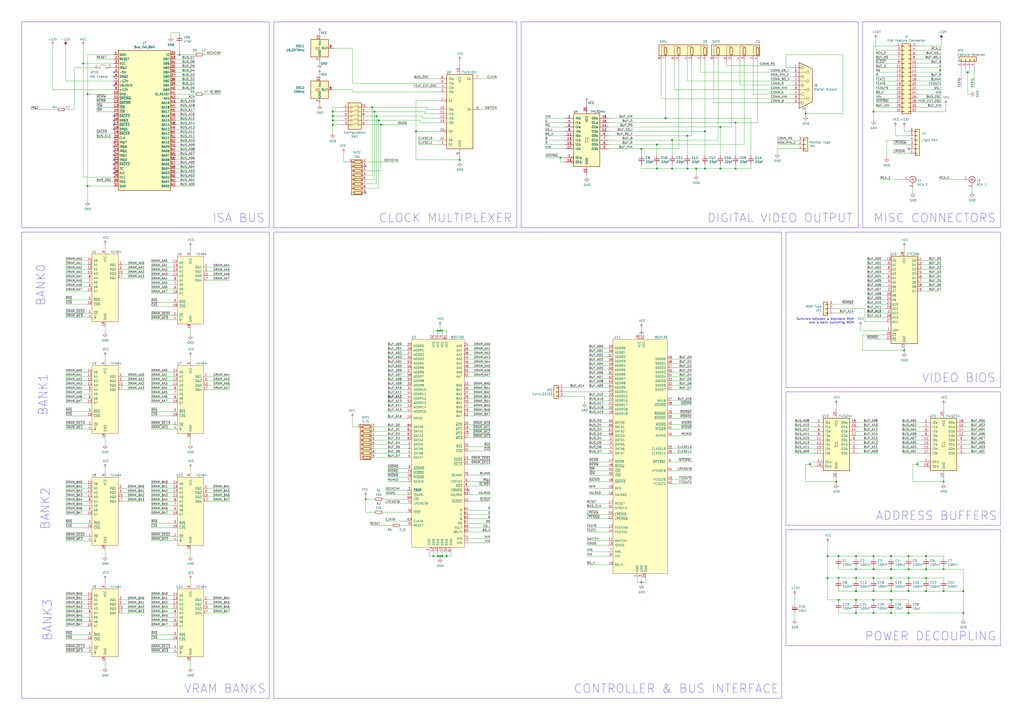
<source format=kicad_sch>
(kicad_sch (version 20230121) (generator eeschema)
  (paper "A2")
  (title_block (title "EGA CHIPS") (rev "0.2"))
  (lib_symbols
    (symbol "74xx:74LS153" (pin_names (offset 1.016))
      (property "Reference" "U" (at -7.62 21.59 0))
      (property "Value" "74LS153" (at -7.62 -24.13 0))
      (symbol "74LS153_1_0"
        (pin input inverted (at -12.7 5.08 0) (length 5.08) (name "Ea") (number "1"))
        (pin input line (at -12.7 0 0) (length 5.08) (name "I0b") (number "10"))
        (pin input line (at -12.7 -2.54 0) (length 5.08) (name "I1b") (number "11"))
        (pin input line (at -12.7 -5.08 0) (length 5.08) (name "I2b") (number "12"))
        (pin input line (at -12.7 -7.62 0) (length 5.08) (name "I3b") (number "13"))
        (pin input line (at -12.7 -17.78 0) (length 5.08) (name "S0") (number "14"))
        (pin input inverted (at -12.7 -12.7 0) (length 5.08) (name "Eb") (number "15"))
        (pin power_in line (at 0 25.4 270) (length 5.08) (name "VCC") (number "16"))
        (pin input line (at -12.7 -20.32 0) (length 5.08) (name "S1") (number "2"))
        (pin input line (at -12.7 10.16 0) (length 5.08) (name "I3a") (number "3"))
        (pin input line (at -12.7 12.7 0) (length 5.08) (name "I2a") (number "4"))
        (pin input line (at -12.7 15.24 0) (length 5.08) (name "I1a") (number "5"))
        (pin input line (at -12.7 17.78 0) (length 5.08) (name "I0a") (number "6"))
        (pin output line (at 12.7 17.78 180) (length 5.08) (name "Za") (number "7"))
        (pin power_in line (at 0 -27.94 90) (length 5.08) (name "GND") (number "8"))
        (pin output line (at 12.7 0 180) (length 5.08) (name "Zb") (number "9"))
      )
    )
    (symbol "74xx:74LS244" (pin_names (offset 1.016))
      (property "Reference" "U" (at -7.62 16.51 0))
      (property "Value" "74LS244" (at -7.62 -16.51 0))
      (symbol "74LS244_1_0"
        (pin input inverted (at -12.7 -10.16 0) (length 5.08) (name "OEa") (number "1"))
        (pin power_in line (at 0 -20.32 90) (length 5.08) (name "GND") (number "10"))
        (pin input line (at -12.7 2.54 0) (length 5.08) (name "I0b") (number "11"))
        (pin tri_state line (at 12.7 5.08 180) (length 5.08) (name "O3a") (number "12"))
        (pin input line (at -12.7 0 0) (length 5.08) (name "I1b") (number "13"))
        (pin tri_state line (at 12.7 7.62 180) (length 5.08) (name "O2a") (number "14"))
        (pin input line (at -12.7 -2.54 0) (length 5.08) (name "I2b") (number "15"))
        (pin tri_state line (at 12.7 10.16 180) (length 5.08) (name "O1a") (number "16"))
        (pin input line (at -12.7 -5.08 0) (length 5.08) (name "I3b") (number "17"))
        (pin tri_state line (at 12.7 12.7 180) (length 5.08) (name "O0a") (number "18"))
        (pin input inverted (at -12.7 -12.7 0) (length 5.08) (name "OEb") (number "19"))
        (pin input line (at -12.7 12.7 0) (length 5.08) (name "I0a") (number "2"))
        (pin power_in line (at 0 20.32 270) (length 5.08) (name "VCC") (number "20"))
        (pin tri_state line (at 12.7 -5.08 180) (length 5.08) (name "O3b") (number "3"))
        (pin input line (at -12.7 10.16 0) (length 5.08) (name "I1a") (number "4"))
        (pin tri_state line (at 12.7 -2.54 180) (length 5.08) (name "O2b") (number "5"))
        (pin input line (at -12.7 7.62 0) (length 5.08) (name "I2a") (number "6"))
        (pin tri_state line (at 12.7 0 180) (length 5.08) (name "O1b") (number "7"))
        (pin input line (at -12.7 5.08 0) (length 5.08) (name "I3a") (number "8"))
        (pin tri_state line (at 12.7 2.54 180) (length 5.08) (name "O0b") (number "9"))
      )
    )
    (symbol "Connector:Bus_ISA_8bit"
      (property "Reference" "J" (at 0 42.545 0))
      (property "Value" "Bus_ISA_8bit" (at 0 -42.545 0))
      (symbol "Bus_ISA_8bit_1_1"
        (pin power_in line (at -17.78 38.1 0) (length 2.54) (name "GND") (number "1"))
        (pin power_in line (at -17.78 15.24 0) (length 2.54) (name "GND") (number "10"))
        (pin output line (at -17.78 12.7 0) (length 2.54) (name "~{SMEMW}") (number "11"))
        (pin output line (at -17.78 10.16 0) (length 2.54) (name "~{SMEMR}") (number "12"))
        (pin output line (at -17.78 7.62 0) (length 2.54) (name "~{IOW}") (number "13"))
        (pin output line (at -17.78 5.08 0) (length 2.54) (name "~{IOR}") (number "14"))
        (pin passive line (at -17.78 2.54 0) (length 2.54) (name "~{DACK3}") (number "15"))
        (pin passive line (at -17.78 0 0) (length 2.54) (name "DRQ3") (number "16"))
        (pin passive line (at -17.78 -2.54 0) (length 2.54) (name "~{DACK1}") (number "17"))
        (pin passive line (at -17.78 -5.08 0) (length 2.54) (name "DRQ1") (number "18"))
        (pin passive line (at -17.78 -7.62 0) (length 2.54) (name "~{DACK0}") (number "19"))
        (pin output line (at -17.78 35.56 0) (length 2.54) (name "RESET") (number "2"))
        (pin output line (at -17.78 -10.16 0) (length 2.54) (name "CLK") (number "20"))
        (pin passive line (at -17.78 -12.7 0) (length 2.54) (name "IRQ7") (number "21"))
        (pin passive line (at -17.78 -15.24 0) (length 2.54) (name "IRQ6") (number "22"))
        (pin passive line (at -17.78 -17.78 0) (length 2.54) (name "IRQ5") (number "23"))
        (pin passive line (at -17.78 -20.32 0) (length 2.54) (name "IRQ4") (number "24"))
        (pin passive line (at -17.78 -22.86 0) (length 2.54) (name "IRQ3") (number "25"))
        (pin passive line (at -17.78 -25.4 0) (length 2.54) (name "~{DACK2}") (number "26"))
        (pin passive line (at -17.78 -27.94 0) (length 2.54) (name "TC") (number "27"))
        (pin output line (at -17.78 -30.48 0) (length 2.54) (name "ALE") (number "28"))
        (pin power_in line (at -17.78 -33.02 0) (length 2.54) (name "VCC") (number "29"))
        (pin power_in line (at -17.78 33.02 0) (length 2.54) (name "VCC") (number "3"))
        (pin output line (at -17.78 -35.56 0) (length 2.54) (name "OSC") (number "30"))
        (pin power_in line (at -17.78 -38.1 0) (length 2.54) (name "GND") (number "31"))
        (pin passive line (at 17.78 38.1 180) (length 2.54) (name "IO") (number "32"))
        (pin tri_state line (at 17.78 35.56 180) (length 2.54) (name "DB7") (number "33"))
        (pin tri_state line (at 17.78 33.02 180) (length 2.54) (name "DB6") (number "34"))
        (pin tri_state line (at 17.78 30.48 180) (length 2.54) (name "DB5") (number "35"))
        (pin tri_state line (at 17.78 27.94 180) (length 2.54) (name "DB4") (number "36"))
        (pin tri_state line (at 17.78 25.4 180) (length 2.54) (name "DB3") (number "37"))
        (pin tri_state line (at 17.78 22.86 180) (length 2.54) (name "DB2") (number "38"))
        (pin tri_state line (at 17.78 20.32 180) (length 2.54) (name "DB1") (number "39"))
        (pin passive line (at -17.78 30.48 0) (length 2.54) (name "IRQ2") (number "4"))
        (pin tri_state line (at 17.78 17.78 180) (length 2.54) (name "DB0") (number "40"))
        (pin passive line (at 17.78 15.24 180) (length 2.54) (name "IO_READY") (number "41"))
        (pin output line (at 17.78 12.7 180) (length 2.54) (name "AEN") (number "42"))
        (pin tri_state line (at 17.78 10.16 180) (length 2.54) (name "BA19") (number "43"))
        (pin tri_state line (at 17.78 7.62 180) (length 2.54) (name "BA18") (number "44"))
        (pin tri_state line (at 17.78 5.08 180) (length 2.54) (name "BA17") (number "45"))
        (pin tri_state line (at 17.78 2.54 180) (length 2.54) (name "BA16") (number "46"))
        (pin tri_state line (at 17.78 0 180) (length 2.54) (name "BA15") (number "47"))
        (pin tri_state line (at 17.78 -2.54 180) (length 2.54) (name "BA14") (number "48"))
        (pin tri_state line (at 17.78 -5.08 180) (length 2.54) (name "BA13") (number "49"))
        (pin power_in line (at -17.78 27.94 0) (length 2.54) (name "-5V") (number "5"))
        (pin tri_state line (at 17.78 -7.62 180) (length 2.54) (name "BA12") (number "50"))
        (pin tri_state line (at 17.78 -10.16 180) (length 2.54) (name "BA11") (number "51"))
        (pin tri_state line (at 17.78 -12.7 180) (length 2.54) (name "BA10") (number "52"))
        (pin tri_state line (at 17.78 -15.24 180) (length 2.54) (name "BA09") (number "53"))
        (pin tri_state line (at 17.78 -17.78 180) (length 2.54) (name "BA08") (number "54"))
        (pin tri_state line (at 17.78 -20.32 180) (length 2.54) (name "BA07") (number "55"))
        (pin tri_state line (at 17.78 -22.86 180) (length 2.54) (name "BA06") (number "56"))
        (pin tri_state line (at 17.78 -25.4 180) (length 2.54) (name "BA05") (number "57"))
        (pin tri_state line (at 17.78 -27.94 180) (length 2.54) (name "BA04") (number "58"))
        (pin tri_state line (at 17.78 -30.48 180) (length 2.54) (name "BA03") (number "59"))
        (pin passive line (at -17.78 25.4 0) (length 2.54) (name "DRQ2") (number "6"))
        (pin tri_state line (at 17.78 -33.02 180) (length 2.54) (name "BA02") (number "60"))
        (pin tri_state line (at 17.78 -35.56 180) (length 2.54) (name "BA01") (number "61"))
        (pin tri_state line (at 17.78 -38.1 180) (length 2.54) (name "BA00") (number "62"))
        (pin power_in line (at -17.78 22.86 0) (length 2.54) (name "-12V") (number "7"))
        (pin passive line (at -17.78 20.32 0) (length 2.54) (name "UNUSED") (number "8"))
        (pin power_in line (at -17.78 17.78 0) (length 2.54) (name "+12V") (number "9"))
      )
    )
    (symbol "Connector:Conn_Coaxial" (pin_names (offset 1.016) hide)
      (property "Reference" "J" (at 0.254 3.048 0))
      (property "Value" "Conn_Coaxial" (at 2.921 0 90))
      (symbol "Conn_Coaxial_1_1"
        (pin passive line (at -5.08 0 0) (length 2.54) (name "In") (number "1"))
        (pin passive line (at 0 -5.08 90) (length 2.54) (name "Ext") (number "2"))
      )
    )
    (symbol "Connector:DE9_Receptacle_MountingHoles" (pin_names (offset 1.016) hide)
      (property "Reference" "J" (at 0 16.51 0))
      (property "Value" "DE9_Receptacle_MountingHoles" (at 0 14.605 0))
      (symbol "DE9_Receptacle_MountingHoles_1_1"
        (pin passive line (at 0 -15.24 90) (length 3.81) (name "PAD") (number "0"))
        (pin passive line (at -7.62 10.16 0) (length 3.81) (name "1") (number "1"))
        (pin passive line (at -7.62 5.08 0) (length 3.81) (name "2") (number "2"))
        (pin passive line (at -7.62 0 0) (length 3.81) (name "3") (number "3"))
        (pin passive line (at -7.62 -5.08 0) (length 3.81) (name "4") (number "4"))
        (pin passive line (at -7.62 -10.16 0) (length 3.81) (name "5") (number "5"))
        (pin passive line (at -7.62 7.62 0) (length 3.81) (name "6") (number "6"))
        (pin passive line (at -7.62 2.54 0) (length 3.81) (name "7") (number "7"))
        (pin passive line (at -7.62 -2.54 0) (length 3.81) (name "8") (number "8"))
        (pin passive line (at -7.62 -7.62 0) (length 3.81) (name "9") (number "9"))
      )
    )
    (symbol "Connector_Generic:Conn_01x03" (pin_names (offset 1.016) hide)
      (property "Reference" "J" (at 0 5.08 0))
      (property "Value" "Conn_01x03" (at 0 -5.08 0))
      (symbol "Conn_01x03_1_1"
        (pin passive line (at -5.08 2.54 0) (length 3.81) (name "Pin_1") (number "1"))
        (pin passive line (at -5.08 0 0) (length 3.81) (name "Pin_2") (number "2"))
        (pin passive line (at -5.08 -2.54 0) (length 3.81) (name "Pin_3") (number "3"))
      )
    )
    (symbol "Connector_Generic:Conn_01x04" (pin_names (offset 1.016) hide)
      (property "Reference" "J" (at 0 5.08 0))
      (property "Value" "Conn_01x04" (at 0 -7.62 0))
      (symbol "Conn_01x04_1_1"
        (pin passive line (at -5.08 2.54 0) (length 3.81) (name "Pin_1") (number "1"))
        (pin passive line (at -5.08 0 0) (length 3.81) (name "Pin_2") (number "2"))
        (pin passive line (at -5.08 -2.54 0) (length 3.81) (name "Pin_3") (number "3"))
        (pin passive line (at -5.08 -5.08 0) (length 3.81) (name "Pin_4") (number "4"))
      )
    )
    (symbol "Connector_Generic:Conn_01x06" (pin_names (offset 1.016) hide)
      (property "Reference" "J" (at 0 7.62 0))
      (property "Value" "Conn_01x06" (at 0 -10.16 0))
      (symbol "Conn_01x06_1_1"
        (pin passive line (at -5.08 5.08 0) (length 3.81) (name "Pin_1") (number "1"))
        (pin passive line (at -5.08 2.54 0) (length 3.81) (name "Pin_2") (number "2"))
        (pin passive line (at -5.08 0 0) (length 3.81) (name "Pin_3") (number "3"))
        (pin passive line (at -5.08 -2.54 0) (length 3.81) (name "Pin_4") (number "4"))
        (pin passive line (at -5.08 -5.08 0) (length 3.81) (name "Pin_5") (number "5"))
        (pin passive line (at -5.08 -7.62 0) (length 3.81) (name "Pin_6") (number "6"))
      )
    )
    (symbol "Connector_Generic:Conn_02x16_Odd_Even" (pin_names (offset 1.016) hide)
      (property "Reference" "J" (at 1.27 20.32 0))
      (property "Value" "Conn_02x16_Odd_Even" (at 1.27 -22.86 0))
      (symbol "Conn_02x16_Odd_Even_1_1"
        (pin passive line (at -5.08 17.78 0) (length 3.81) (name "Pin_1") (number "1"))
        (pin passive line (at 7.62 7.62 180) (length 3.81) (name "Pin_10") (number "10"))
        (pin passive line (at -5.08 5.08 0) (length 3.81) (name "Pin_11") (number "11"))
        (pin passive line (at 7.62 5.08 180) (length 3.81) (name "Pin_12") (number "12"))
        (pin passive line (at -5.08 2.54 0) (length 3.81) (name "Pin_13") (number "13"))
        (pin passive line (at 7.62 2.54 180) (length 3.81) (name "Pin_14") (number "14"))
        (pin passive line (at -5.08 0 0) (length 3.81) (name "Pin_15") (number "15"))
        (pin passive line (at 7.62 0 180) (length 3.81) (name "Pin_16") (number "16"))
        (pin passive line (at -5.08 -2.54 0) (length 3.81) (name "Pin_17") (number "17"))
        (pin passive line (at 7.62 -2.54 180) (length 3.81) (name "Pin_18") (number "18"))
        (pin passive line (at -5.08 -5.08 0) (length 3.81) (name "Pin_19") (number "19"))
        (pin passive line (at 7.62 17.78 180) (length 3.81) (name "Pin_2") (number "2"))
        (pin passive line (at 7.62 -5.08 180) (length 3.81) (name "Pin_20") (number "20"))
        (pin passive line (at -5.08 -7.62 0) (length 3.81) (name "Pin_21") (number "21"))
        (pin passive line (at 7.62 -7.62 180) (length 3.81) (name "Pin_22") (number "22"))
        (pin passive line (at -5.08 -10.16 0) (length 3.81) (name "Pin_23") (number "23"))
        (pin passive line (at 7.62 -10.16 180) (length 3.81) (name "Pin_24") (number "24"))
        (pin passive line (at -5.08 -12.7 0) (length 3.81) (name "Pin_25") (number "25"))
        (pin passive line (at 7.62 -12.7 180) (length 3.81) (name "Pin_26") (number "26"))
        (pin passive line (at -5.08 -15.24 0) (length 3.81) (name "Pin_27") (number "27"))
        (pin passive line (at 7.62 -15.24 180) (length 3.81) (name "Pin_28") (number "28"))
        (pin passive line (at -5.08 -17.78 0) (length 3.81) (name "Pin_29") (number "29"))
        (pin passive line (at -5.08 15.24 0) (length 3.81) (name "Pin_3") (number "3"))
        (pin passive line (at 7.62 -17.78 180) (length 3.81) (name "Pin_30") (number "30"))
        (pin passive line (at -5.08 -20.32 0) (length 3.81) (name "Pin_31") (number "31"))
        (pin passive line (at 7.62 -20.32 180) (length 3.81) (name "Pin_32") (number "32"))
        (pin passive line (at 7.62 15.24 180) (length 3.81) (name "Pin_4") (number "4"))
        (pin passive line (at -5.08 12.7 0) (length 3.81) (name "Pin_5") (number "5"))
        (pin passive line (at 7.62 12.7 180) (length 3.81) (name "Pin_6") (number "6"))
        (pin passive line (at -5.08 10.16 0) (length 3.81) (name "Pin_7") (number "7"))
        (pin passive line (at 7.62 10.16 180) (length 3.81) (name "Pin_8") (number "8"))
        (pin passive line (at -5.08 7.62 0) (length 3.81) (name "Pin_9") (number "9"))
      )
    )
    (symbol "Device:C_Polarized_Small" (pin_numbers hide) (pin_names (offset 0.254) hide)
      (property "Reference" "C" (at 0.254 1.778 0))
      (property "Value" "C_Polarized_Small" (at 0.254 -2.032 0))
      (symbol "C_Polarized_Small_1_1"
        (pin passive line (at 0 2.54 270) (length 1.8542) (name "~") (number "1"))
        (pin passive line (at 0 -2.54 90) (length 1.8542) (name "~") (number "2"))
      )
    )
    (symbol "Device:C_Small" (pin_numbers hide) (pin_names (offset 0.254) hide)
      (property "Reference" "C" (at 0.254 1.778 0))
      (property "Value" "C_Small" (at 0.254 -2.032 0))
      (symbol "C_Small_1_1"
        (pin passive line (at 0 2.54 270) (length 2.032) (name "~") (number "1"))
        (pin passive line (at 0 -2.54 90) (length 2.032) (name "~") (number "2"))
      )
    )
    (symbol "Device:R_Network08" (pin_names (offset 0) hide)
      (property "Reference" "RN" (at -12.7 0 90))
      (property "Value" "R_Network08" (at 10.16 0 90))
      (symbol "R_Network08_1_1"
        (pin passive line (at -10.16 5.08 270) (length 2.54) (name "common") (number "1"))
        (pin passive line (at -10.16 -5.08 90) (length 1.27) (name "R1") (number "2"))
        (pin passive line (at -7.62 -5.08 90) (length 1.27) (name "R2") (number "3"))
        (pin passive line (at -5.08 -5.08 90) (length 1.27) (name "R3") (number "4"))
        (pin passive line (at -2.54 -5.08 90) (length 1.27) (name "R4") (number "5"))
        (pin passive line (at 0 -5.08 90) (length 1.27) (name "R5") (number "6"))
        (pin passive line (at 2.54 -5.08 90) (length 1.27) (name "R6") (number "7"))
        (pin passive line (at 5.08 -5.08 90) (length 1.27) (name "R7") (number "8"))
        (pin passive line (at 7.62 -5.08 90) (length 1.27) (name "R8") (number "9"))
      )
    )
    (symbol "Device:R_Pack04_SIP" (pin_names (offset 0) hide)
      (property "Reference" "RN" (at -15.24 0 90))
      (property "Value" "R_Pack04_SIP" (at 15.24 0 90))
      (symbol "R_Pack04_SIP_1_1"
        (pin passive line (at -12.7 -5.08 90) (length 3.81) (name "R1.1") (number "1"))
        (pin passive line (at -10.16 -5.08 90) (length 3.81) (name "R1.2") (number "2"))
        (pin passive line (at -5.08 -5.08 90) (length 3.81) (name "R2.1") (number "3"))
        (pin passive line (at -2.54 -5.08 90) (length 3.81) (name "R2.2") (number "4"))
        (pin passive line (at 2.54 -5.08 90) (length 3.81) (name "R3.1") (number "5"))
        (pin passive line (at 5.08 -5.08 90) (length 3.81) (name "R3.2") (number "6"))
        (pin passive line (at 10.16 -5.08 90) (length 3.81) (name "R4.1") (number "7"))
        (pin passive line (at 12.7 -5.08 90) (length 3.81) (name "R4.2") (number "8"))
      )
    )
    (symbol "Device:R_Small" (pin_numbers hide) (pin_names (offset 0.254) hide)
      (property "Reference" "R" (at 0.762 0.508 0))
      (property "Value" "R_Small" (at 0.762 -1.016 0))
      (symbol "R_Small_1_1"
        (pin passive line (at 0 2.54 270) (length 0.762) (name "~") (number "1"))
        (pin passive line (at 0 -2.54 90) (length 0.762) (name "~") (number "2"))
      )
    )
    (symbol "EGA_CHIPS:41464" (pin_names (offset 1.016))
      (property "Reference" "U" (at -6.35 20.32 0))
      (property "Value" "41464" (at 5.08 20.32 0))
      (symbol "41464_1_1"
        (pin input line (at -10.16 -15.24 0) (length 2.54) (name "~{OE}") (number "1"))
        (pin input line (at -10.16 -2.54 0) (length 2.54) (name "A7") (number "10"))
        (pin input line (at -10.16 7.62 0) (length 2.54) (name "A3") (number "11"))
        (pin input line (at -10.16 10.16 0) (length 2.54) (name "A2") (number "12"))
        (pin input line (at -10.16 12.7 0) (length 2.54) (name "A1") (number "13"))
        (pin input line (at -10.16 15.24 0) (length 2.54) (name "A0") (number "14"))
        (pin bidirectional line (at 10.16 7.62 180) (length 2.54) (name "DQ3") (number "15"))
        (pin input line (at -10.16 -10.16 0) (length 2.54) (name "~{CAS}") (number "16"))
        (pin bidirectional line (at 10.16 5.08 180) (length 2.54) (name "DQ4") (number "17"))
        (pin power_in line (at 0 -22.86 90) (length 2.54) (name "GND") (number "18"))
        (pin bidirectional line (at 10.16 12.7 180) (length 2.54) (name "DQ1") (number "2"))
        (pin bidirectional line (at 10.16 10.16 180) (length 2.54) (name "DQ2") (number "3"))
        (pin input line (at -10.16 -17.78 0) (length 2.54) (name "~{W}") (number "4"))
        (pin input line (at -10.16 -7.62 0) (length 2.54) (name "~{RAS}") (number "5"))
        (pin input line (at -10.16 0 0) (length 2.54) (name "A6") (number "6"))
        (pin input line (at -10.16 2.54 0) (length 2.54) (name "A5") (number "7"))
        (pin input line (at -10.16 5.08 0) (length 2.54) (name "A4") (number "8"))
        (pin power_in line (at 0 21.59 270) (length 2.54) (name "VCC") (number "9"))
      )
    )
    (symbol "EGA_CHIPS:82A436" (pin_names (offset 1.016))
      (property "Reference" "U" (at -15.24 62.23 0))
      (property "Value" "82A436" (at 11.43 62.23 0))
      (symbol "82A436_1_1"
        (pin power_in line (at -2.54 -77.47 90) (length 2.54) (name "GND") (number "1"))
        (pin input line (at -19.05 -69.85 0) (length 2.54) (name "BS/V") (number "10"))
        (pin input line (at -19.05 -55.88 0) (length 2.54) (name "SWITCH") (number "11"))
        (pin input line (at -19.05 -43.18 0) (length 2.54) (name "~{LPENSW}") (number "12"))
        (pin input line (at -19.05 -48.26 0) (length 2.54) (name "FEATIN0") (number "13"))
        (pin input line (at -19.05 -50.8 0) (length 2.54) (name "FEATIN1") (number "14"))
        (pin input line (at -19.05 -58.42 0) (length 2.54) (name "IOADS") (number "15"))
        (pin input line (at -19.05 -29.21 0) (length 2.54) (name "VALRAD") (number "16"))
        (pin input line (at -19.05 -34.29 0) (length 2.54) (name "RESET") (number "17"))
        (pin power_in line (at -1.27 63.5 270) (length 2.54) (name "VCC") (number "18"))
        (pin input line (at -19.05 17.78 0) (length 2.54) (name "ADDR19") (number "19"))
        (pin bidirectional line (at -19.05 2.54 0) (length 2.54) (name "DATA4") (number "2"))
        (pin input line (at -19.05 20.32 0) (length 2.54) (name "ADDR18") (number "20"))
        (pin input line (at -19.05 22.86 0) (length 2.54) (name "ADDR17") (number "21"))
        (pin input line (at -19.05 25.4 0) (length 2.54) (name "ADDR16") (number "22"))
        (pin input line (at -19.05 27.94 0) (length 2.54) (name "ADDR15") (number "23"))
        (pin input line (at -19.05 30.48 0) (length 2.54) (name "ADDR14") (number "24"))
        (pin output line (at 17.78 -2.54 180) (length 2.54) (name "CLKSEL0") (number "25"))
        (pin output line (at 17.78 -5.08 180) (length 2.54) (name "CLKSEL1") (number "26"))
        (pin output line (at 17.78 25.4 180) (length 2.54) (name "MA16") (number "27"))
        (pin output line (at 17.78 22.86 180) (length 2.54) (name "~{ADDM0}") (number "28"))
        (pin output line (at 17.78 17.78 180) (length 2.54) (name "~{ROMWE}") (number "29"))
        (pin bidirectional line (at -19.05 0 0) (length 2.54) (name "DATA5") (number "3"))
        (pin output line (at 17.78 15.24 180) (length 2.54) (name "~{ROMOE}") (number "30"))
        (pin bidirectional line (at 17.78 31.75 180) (length 2.54) (name "DADD7") (number "31"))
        (pin bidirectional line (at 17.78 34.29 180) (length 2.54) (name "DADD6") (number "32"))
        (pin bidirectional line (at 17.78 36.83 180) (length 2.54) (name "DADD5") (number "33"))
        (pin bidirectional line (at 17.78 39.37 180) (length 2.54) (name "DADD4") (number "34"))
        (pin power_in line (at 2.54 -77.47 90) (length 2.54) (name "GND") (number "35"))
        (pin bidirectional line (at 17.78 41.91 180) (length 2.54) (name "DADD3") (number "36"))
        (pin bidirectional line (at 17.78 44.45 180) (length 2.54) (name "DADD2") (number "37"))
        (pin bidirectional line (at 17.78 46.99 180) (length 2.54) (name "DADD1") (number "38"))
        (pin bidirectional line (at 17.78 49.53 180) (length 2.54) (name "DADD0") (number "39"))
        (pin bidirectional line (at -19.05 -2.54 0) (length 2.54) (name "DATA6") (number "4"))
        (pin output line (at 17.78 11.43 180) (length 2.54) (name "~{MIORD}") (number "40"))
        (pin output line (at 17.78 8.89 180) (length 2.54) (name "~{MIOWR}") (number "41"))
        (pin output line (at 17.78 -22.86 180) (length 2.54) (name "FCOUT1") (number "42"))
        (pin output line (at 17.78 -20.32 180) (length 2.54) (name "FCOUT0") (number "43"))
        (pin output line (at 17.78 -15.24 180) (length 2.54) (name "LPENSTB") (number "44"))
        (pin output line (at 17.78 5.08 180) (length 2.54) (name "MEMIO") (number "45"))
        (pin input line (at -19.05 -12.7 0) (length 2.54) (name "~{MEMW}") (number "46"))
        (pin input line (at -19.05 -10.16 0) (length 2.54) (name "~{MEMR}") (number "47"))
        (pin input line (at -19.05 -21.59 0) (length 2.54) (name "~{DACK0}") (number "48"))
        (pin input line (at -19.05 -25.4 0) (length 2.54) (name "AEN") (number "49"))
        (pin bidirectional line (at -19.05 -5.08 0) (length 2.54) (name "DATA7") (number "5"))
        (pin input line (at -19.05 -17.78 0) (length 2.54) (name "~{IOW}") (number "50"))
        (pin input line (at -19.05 -36.83 0) (length 2.54) (name "SYSCLK") (number "51"))
        (pin power_in line (at 1.27 63.5 270) (length 2.54) (name "VCC") (number "52"))
        (pin input line (at -19.05 -40.64 0) (length 2.54) (name "~{LPENIN}") (number "53"))
        (pin input line (at -19.05 -15.24 0) (length 2.54) (name "~{IOR}") (number "54"))
        (pin input line (at -19.05 55.88 0) (length 2.54) (name "ADDR0") (number "55"))
        (pin input line (at -19.05 53.34 0) (length 2.54) (name "ADDR1") (number "56"))
        (pin input line (at -19.05 50.8 0) (length 2.54) (name "ADDR2") (number "57"))
        (pin input line (at -19.05 48.26 0) (length 2.54) (name "ADDR3") (number "58"))
        (pin input line (at -19.05 45.72 0) (length 2.54) (name "ADDR4") (number "59"))
        (pin output line (at 17.78 -10.16 180) (length 2.54) (name "~{INTERNL}") (number "6"))
        (pin input line (at -19.05 43.18 0) (length 2.54) (name "ADDR5") (number "60"))
        (pin input line (at -19.05 40.64 0) (length 2.54) (name "ADDR6") (number "61"))
        (pin input line (at -19.05 38.1 0) (length 2.54) (name "ADDR7") (number "62"))
        (pin input line (at -19.05 35.56 0) (length 2.54) (name "ADDR8") (number "63"))
        (pin input line (at -19.05 33.02 0) (length 2.54) (name "ADDR9") (number "64"))
        (pin bidirectional line (at -19.05 12.7 0) (length 2.54) (name "DATA0") (number "65"))
        (pin bidirectional line (at -19.05 10.16 0) (length 2.54) (name "DATA1") (number "66"))
        (pin bidirectional line (at -19.05 7.62 0) (length 2.54) (name "DATA2") (number "67"))
        (pin bidirectional line (at -19.05 5.08 0) (length 2.54) (name "DATA3") (number "68"))
        (pin input line (at -19.05 -62.23 0) (length 2.54) (name "HIN") (number "7"))
        (pin input line (at -19.05 -64.77 0) (length 2.54) (name "VIN") (number "8"))
        (pin power_in line (at 0 -77.47 90) (length 2.54) (name "GND") (number "9"))
      )
    )
    (symbol "EGA_CHIPS:82C435" (pin_names (offset 1.016))
      (property "Reference" "U" (at -15.24 55.88 0))
      (property "Value" "82C435" (at 11.43 55.88 0))
      (symbol "82C435_1_1"
        (pin power_in line (at -6.35 -68.58 90) (length 2.54) (name "GND") (number "1"))
        (pin input line (at -19.05 8.89 0) (length 2.54) (name "MA16") (number "10"))
        (pin input line (at -19.05 12.7 0) (length 2.54) (name "ADDR15") (number "11"))
        (pin power_in line (at -3.81 -68.58 90) (length 2.54) (name "GND") (number "12"))
        (pin input line (at -19.05 15.24 0) (length 2.54) (name "ADDR14") (number "13"))
        (pin input line (at -19.05 -35.56 0) (length 2.54) (name "IOADS") (number "14"))
        (pin output line (at 16.51 -39.37 180) (length 2.54) (name "~{SLOUT}") (number "15"))
        (pin output line (at 16.51 -33.02 180) (length 2.54) (name "~{ERMEN}") (number "16"))
        (pin output line (at 16.51 -2.54 180) (length 2.54) (name "~{WE3}") (number "17"))
        (pin output line (at 16.51 0 180) (length 2.54) (name "~{WE2}") (number "18"))
        (pin output line (at 16.51 2.54 180) (length 2.54) (name "~{WE1}") (number "19"))
        (pin bidirectional line (at -19.05 -6.35 0) (length 2.54) (name "DATA4") (number "2"))
        (pin output line (at 16.51 5.08 180) (length 2.54) (name "~{WE0}") (number "20"))
        (pin output line (at 16.51 -17.78 180) (length 2.54) (name "~{OE13}") (number "21"))
        (pin power_in line (at -1.27 -68.58 90) (length 2.54) (name "GND") (number "22"))
        (pin output line (at 16.51 -15.24 180) (length 2.54) (name "~{OE02}") (number "23"))
        (pin output line (at 16.51 -10.16 180) (length 2.54) (name "~{CAS}") (number "24"))
        (pin output line (at 16.51 -7.62 180) (length 2.54) (name "~{RAS}") (number "25"))
        (pin input line (at -19.05 43.18 0) (length 2.54) (name "ADDR3") (number "26"))
        (pin input line (at -19.05 45.72 0) (length 2.54) (name "ADDR2") (number "27"))
        (pin input line (at -19.05 48.26 0) (length 2.54) (name "ADDR1") (number "28"))
        (pin input line (at -19.05 50.8 0) (length 2.54) (name "ADDR0") (number "29"))
        (pin bidirectional line (at -19.05 -8.89 0) (length 2.54) (name "DATA5") (number "3"))
        (pin input line (at -19.05 27.94 0) (length 2.54) (name "ADDR9") (number "30"))
        (pin input line (at -19.05 25.4 0) (length 2.54) (name "ADDR10") (number "31"))
        (pin power_in line (at -3.81 57.15 270) (length 2.54) (name "VCC") (number "32"))
        (pin bidirectional line (at 16.51 27.94 180) (length 2.54) (name "BA0") (number "33"))
        (pin bidirectional line (at 16.51 50.8 180) (length 2.54) (name "AA0") (number "34"))
        (pin bidirectional line (at 16.51 25.4 180) (length 2.54) (name "BA1") (number "35"))
        (pin bidirectional line (at 16.51 48.26 180) (length 2.54) (name "AA1") (number "36"))
        (pin bidirectional line (at 16.51 22.86 180) (length 2.54) (name "BA2") (number "37"))
        (pin bidirectional line (at 16.51 45.72 180) (length 2.54) (name "AA2") (number "38"))
        (pin bidirectional line (at 16.51 20.32 180) (length 2.54) (name "BA3") (number "39"))
        (pin bidirectional line (at -19.05 -11.43 0) (length 2.54) (name "DATA6") (number "4"))
        (pin bidirectional line (at 16.51 43.18 180) (length 2.54) (name "AA3") (number "40"))
        (pin input line (at -19.05 22.86 0) (length 2.54) (name "ADDR11") (number "41"))
        (pin power_in line (at -1.27 57.15 270) (length 2.54) (name "VCC") (number "42"))
        (pin power_in line (at 1.27 -68.58 90) (length 2.54) (name "GND") (number "43"))
        (pin input line (at -19.05 20.32 0) (length 2.54) (name "ADDR12") (number "44"))
        (pin bidirectional line (at 16.51 17.78 180) (length 2.54) (name "BA4") (number "45"))
        (pin bidirectional line (at 16.51 40.64 180) (length 2.54) (name "AA4") (number "46"))
        (pin bidirectional line (at 16.51 15.24 180) (length 2.54) (name "BA5") (number "47"))
        (pin bidirectional line (at 16.51 38.1 180) (length 2.54) (name "AA5") (number "48"))
        (pin bidirectional line (at 16.51 12.7 180) (length 2.54) (name "BA6") (number "49"))
        (pin bidirectional line (at -19.05 -13.97 0) (length 2.54) (name "DATA7") (number "5"))
        (pin bidirectional line (at 16.51 35.56 180) (length 2.54) (name "AA6") (number "50"))
        (pin bidirectional line (at 16.51 10.16 180) (length 2.54) (name "BA7") (number "51"))
        (pin bidirectional line (at 16.51 33.02 180) (length 2.54) (name "AA7") (number "52"))
        (pin input line (at -19.05 17.78 0) (length 2.54) (name "ADDR13") (number "53"))
        (pin power_in line (at 3.81 -68.58 90) (length 2.54) (name "GND") (number "54"))
        (pin input line (at -19.05 40.64 0) (length 2.54) (name "ADDR4") (number "55"))
        (pin input line (at -19.05 38.1 0) (length 2.54) (name "ADDR5") (number "56"))
        (pin input line (at -19.05 35.56 0) (length 2.54) (name "ADDR6") (number "57"))
        (pin input line (at -19.05 33.02 0) (length 2.54) (name "ADDR7") (number "58"))
        (pin input line (at -19.05 30.48 0) (length 2.54) (name "ADDR8") (number "59"))
        (pin output line (at 16.51 -27.94 180) (length 2.54) (name "CRTINT") (number "6"))
        (pin output line (at 16.51 -49.53 180) (length 2.54) (name "B") (number "60"))
        (pin output line (at 16.51 -46.99 180) (length 2.54) (name "G") (number "61"))
        (pin output line (at 16.51 -44.45 180) (length 2.54) (name "R") (number "62"))
        (pin input line (at -19.05 -50.8 0) (length 2.54) (name "CLKIN") (number "63"))
        (pin power_in line (at 6.35 -68.58 90) (length 2.54) (name "GND") (number "64"))
        (pin output line (at 16.51 -57.15 180) (length 2.54) (name "BS/V") (number "65"))
        (pin output line (at 16.51 -54.61 180) (length 2.54) (name "GS/I") (number "66"))
        (pin output line (at 16.51 -52.07 180) (length 2.54) (name "RS") (number "67"))
        (pin input line (at -19.05 -38.1 0) (length 2.54) (name "~{LIN}") (number "68"))
        (pin output line (at 16.51 -35.56 180) (length 2.54) (name "VALRAD") (number "69"))
        (pin bidirectional line (at -19.05 -33.02 0) (length 2.54) (name "~{TRAP}") (number "7"))
        (pin bidirectional line (at -19.05 -33.02 0) (length 2.54) (name "~{TRAP}") (number "7"))
        (pin output line (at 16.51 -24.13 180) (length 2.54) (name "BLANK") (number "70"))
        (pin output line (at 16.51 -60.96 180) (length 2.54) (name "HIN") (number "71"))
        (pin input line (at -19.05 -27.94 0) (length 2.54) (name "MEMIO") (number "72"))
        (pin input line (at -19.05 -40.64 0) (length 2.54) (name "LPENSTB") (number "73"))
        (pin power_in line (at 1.27 57.15 270) (length 2.54) (name "VCC") (number "74"))
        (pin input line (at -19.05 -53.34 0) (length 2.54) (name "RESET") (number "75"))
        (pin input line (at -19.05 -45.72 0) (length 2.54) (name "~{TEST}") (number "76"))
        (pin output line (at 16.51 -63.5 180) (length 2.54) (name "VIN") (number "77"))
        (pin input line (at -19.05 -25.4 0) (length 2.54) (name "~{MIOWR}") (number "78"))
        (pin input line (at -19.05 -22.86 0) (length 2.54) (name "~{MIORD}") (number "79"))
        (pin output line (at 16.51 -30.48 180) (length 2.54) (name "~{RDY}") (number "8"))
        (pin bidirectional line (at -19.05 3.81 0) (length 2.54) (name "DATA0") (number "80"))
        (pin bidirectional line (at -19.05 1.27 0) (length 2.54) (name "DATA1") (number "81"))
        (pin bidirectional line (at -19.05 -1.27 0) (length 2.54) (name "DATA2") (number "82"))
        (pin bidirectional line (at -19.05 -3.81 0) (length 2.54) (name "DATA3") (number "83"))
        (pin power_in line (at 3.81 57.15 270) (length 2.54) (name "VCC") (number "84"))
        (pin input line (at -19.05 -20.32 0) (length 2.54) (name "~{ADDM0}") (number "9"))
      )
    )
    (symbol "Jumper:Jumper_2_Open" (pin_names (offset 0) hide)
      (property "Reference" "JP" (at 0 2.794 0))
      (property "Value" "Jumper_2_Open" (at 0 -2.286 0))
      (symbol "Jumper_2_Open_1_1"
        (pin passive line (at -5.08 0 0) (length 2.54) (name "A") (number "1"))
        (pin passive line (at 5.08 0 180) (length 2.54) (name "B") (number "2"))
      )
    )
    (symbol "Memory_EPROM:27C256"
      (property "Reference" "U" (at -7.62 26.67 0))
      (property "Value" "27C256" (at 2.54 -26.67 0))
      (symbol "27C256_1_1"
        (pin input line (at -10.16 -17.78 0) (length 2.54) (name "VPP") (number "1"))
        (pin input line (at -10.16 22.86 0) (length 2.54) (name "A0") (number "10"))
        (pin tri_state line (at 10.16 22.86 180) (length 2.54) (name "D0") (number "11"))
        (pin tri_state line (at 10.16 20.32 180) (length 2.54) (name "D1") (number "12"))
        (pin tri_state line (at 10.16 17.78 180) (length 2.54) (name "D2") (number "13"))
        (pin power_in line (at 0 -27.94 90) (length 2.54) (name "GND") (number "14"))
        (pin tri_state line (at 10.16 15.24 180) (length 2.54) (name "D3") (number "15"))
        (pin tri_state line (at 10.16 12.7 180) (length 2.54) (name "D4") (number "16"))
        (pin tri_state line (at 10.16 10.16 180) (length 2.54) (name "D5") (number "17"))
        (pin tri_state line (at 10.16 7.62 180) (length 2.54) (name "D6") (number "18"))
        (pin tri_state line (at 10.16 5.08 180) (length 2.54) (name "D7") (number "19"))
        (pin input line (at -10.16 -7.62 0) (length 2.54) (name "A12") (number "2"))
        (pin input line (at -10.16 -20.32 0) (length 2.54) (name "~{CE}") (number "20"))
        (pin input line (at -10.16 -2.54 0) (length 2.54) (name "A10") (number "21"))
        (pin input line (at -10.16 -22.86 0) (length 2.54) (name "~{OE}") (number "22"))
        (pin input line (at -10.16 -5.08 0) (length 2.54) (name "A11") (number "23"))
        (pin input line (at -10.16 0 0) (length 2.54) (name "A9") (number "24"))
        (pin input line (at -10.16 2.54 0) (length 2.54) (name "A8") (number "25"))
        (pin input line (at -10.16 -10.16 0) (length 2.54) (name "A13") (number "26"))
        (pin input line (at -10.16 -12.7 0) (length 2.54) (name "A14") (number "27"))
        (pin power_in line (at 0 27.94 270) (length 2.54) (name "VCC") (number "28"))
        (pin input line (at -10.16 5.08 0) (length 2.54) (name "A7") (number "3"))
        (pin input line (at -10.16 7.62 0) (length 2.54) (name "A6") (number "4"))
        (pin input line (at -10.16 10.16 0) (length 2.54) (name "A5") (number "5"))
        (pin input line (at -10.16 12.7 0) (length 2.54) (name "A4") (number "6"))
        (pin input line (at -10.16 15.24 0) (length 2.54) (name "A3") (number "7"))
        (pin input line (at -10.16 17.78 0) (length 2.54) (name "A2") (number "8"))
        (pin input line (at -10.16 20.32 0) (length 2.54) (name "A1") (number "9"))
      )
    )
    (symbol "Oscillator:ACO-xxxMHz" (pin_names (offset 0.254))
      (property "Reference" "X" (at -5.08 6.35 0))
      (property "Value" "ACO-xxxMHz" (at 1.27 -6.35 0))
      (symbol "ACO-xxxMHz_1_1"
        (pin no_connect line (at -5.08 2.54 0) (length 2.54) hide (name "NC") (number "1"))
        (pin power_in line (at 0 7.62 270) (length 2.54) (name "Vcc") (number "14"))
        (pin power_in line (at 0 -7.62 90) (length 2.54) (name "GND") (number "7"))
        (pin output line (at 7.62 0 180) (length 2.54) (name "OUT") (number "8"))
      )
    )
    (symbol "Switch:SW_DIP_x05" (pin_names (offset 0) hide)
      (property "Reference" "SW" (at 0 8.89 0))
      (property "Value" "SW_DIP_x05" (at 0 -8.89 0))
      (symbol "SW_DIP_x05_1_1"
        (pin passive line (at -7.62 5.08 0) (length 5.08) (name "~") (number "1"))
        (pin passive line (at 7.62 5.08 180) (length 5.08) (name "~") (number "10"))
        (pin passive line (at -7.62 2.54 0) (length 5.08) (name "~") (number "2"))
        (pin passive line (at -7.62 0 0) (length 5.08) (name "~") (number "3"))
        (pin passive line (at -7.62 -2.54 0) (length 5.08) (name "~") (number "4"))
        (pin passive line (at -7.62 -5.08 0) (length 5.08) (name "~") (number "5"))
        (pin passive line (at 7.62 -5.08 180) (length 5.08) (name "~") (number "6"))
        (pin passive line (at 7.62 -2.54 180) (length 5.08) (name "~") (number "7"))
        (pin passive line (at 7.62 0 180) (length 5.08) (name "~") (number "8"))
        (pin passive line (at 7.62 2.54 180) (length 5.08) (name "~") (number "9"))
      )
    )
    (symbol "power:+12V" (power) (pin_names (offset 0))
      (property "Value" "+12V" (at 0 3.556 0))
      (symbol "+12V_1_1"
        (pin power_in line (at 0 0 90) (length 0) hide (name "+12V") (number "1"))
      )
    )
    (symbol "power:-12V" (power) (pin_names (offset 0))
      (property "Value" "-12V" (at 0 3.81 0))
      (symbol "-12V_0_0"
        (pin power_in line (at 0 0 90) (length 0) hide (name "-12V") (number "1"))
      )
    )
    (symbol "power:GND" (power) (pin_names (offset 0))
      (property "Value" "GND" (at 0 -3.81 0))
      (symbol "GND_1_1"
        (pin power_in line (at 0 0 270) (length 0) hide (name "GND") (number "1"))
      )
    )
    (symbol "power:VCC" (power) (pin_names (offset 0))
      (property "Value" "VCC" (at 0 3.81 0))
      (symbol "VCC_1_1"
        (pin power_in line (at 0 0 90) (length 0) hide (name "VCC") (number "1"))
      )
    )
  )
  (junction (at 218.44 67.31))
  (junction (at 527.05 330.2))
  (junction (at 241.3 76.2))
  (junction (at 193.04 67.31))
  (junction (at 506.73 355.6))
  (junction (at 259.08 322.58))
  (junction (at 48.26 36.83))
  (junction (at 547.37 342.9))
  (junction (at 558.8 342.9))
  (junction (at 486.41 335.28))
  (junction (at 389.89 81.28))
  (junction (at 254 191.77))
  (junction (at 193.04 72.39))
  (junction (at 547.37 279.4))
  (junction (at 506.73 335.28))
  (junction (at 386.08 68.58))
  (junction (at 251.46 322.58))
  (junction (at 417.83 97.79))
  (junction (at 516.89 322.58))
  (junction (at 496.57 342.9))
  (junction (at 527.05 355.6))
  (junction (at 561.34 41.91))
  (junction (at 486.41 347.98))
  (junction (at 256.54 322.58))
  (junction (at 381 83.82))
  (junction (at 537.21 335.28))
  (junction (at 467.36 66.04))
  (junction (at 496.57 322.58))
  (junction (at 480.06 335.28))
  (junction (at 506.73 330.2))
  (junction (at 217.17 64.77))
  (junction (at 193.04 64.77))
  (junction (at 389.89 97.79))
  (junction (at 524.51 203.2))
  (junction (at 398.78 97.79))
  (junction (at 104.14 31.75))
  (junction (at 193.04 69.85))
  (junction (at 215.9 62.23))
  (junction (at 469.9 269.24))
  (junction (at 372.11 193.04))
  (junction (at 256.54 191.77))
  (junction (at 532.13 269.24))
  (junction (at 496.57 355.6))
  (junction (at 219.71 69.85))
  (junction (at 537.21 330.2))
  (junction (at 398.78 78.74))
  (junction (at 255.27 191.77))
  (junction (at 516.89 347.98))
  (junction (at 496.57 330.2))
  (junction (at 50.8 54.61))
  (junction (at 516.89 355.6))
  (junction (at 527.05 322.58))
  (junction (at 506.73 342.9))
  (junction (at 527.05 335.28))
  (junction (at 537.21 322.58))
  (junction (at 381 97.79))
  (junction (at 506.73 64.77))
  (junction (at 325.12 91.44))
  (junction (at 486.41 322.58))
  (junction (at 426.72 71.12))
  (junction (at 547.37 330.2))
  (junction (at 266.7 92.71))
  (junction (at 496.57 335.28))
  (junction (at 212.09 289.56))
  (junction (at 426.72 97.79))
  (junction (at 480.06 322.58))
  (junction (at 50.8 107.95))
  (junction (at 506.73 322.58))
  (junction (at 496.57 347.98))
  (junction (at 516.89 335.28))
  (junction (at 516.89 330.2))
  (junction (at 403.86 97.79))
  (junction (at 408.94 97.79))
  (junction (at 220.98 72.39))
  (junction (at 254 322.58))
  (junction (at 527.05 342.9))
  (junction (at 485.14 279.4))
  (junction (at 537.21 342.9))
  (junction (at 558.8 355.6))
  (junction (at 408.94 76.2))
  (junction (at 516.89 342.9))
  (junction (at 417.83 73.66))
  (junction (at 506.73 347.98))
  (junction (at 372.11 337.82))
  (junction (at 372.11 86.36))
  (junction (at 255.27 322.58))
  (no_connect (at 66.04 67.31))
  (no_connect (at 66.04 92.71))
  (no_connect (at 66.04 82.55))
  (no_connect (at 66.04 49.53))
  (no_connect (at 212.09 111.76))
  (no_connect (at 66.04 69.85))
  (no_connect (at 271.78 284.48))
  (no_connect (at 66.04 72.39))
  (no_connect (at 66.04 44.45))
  (no_connect (at 527.05 86.36))
  (no_connect (at 66.04 100.33))
  (no_connect (at 212.09 96.52))
  (no_connect (at 66.04 87.63))
  (no_connect (at 66.04 95.25))
  (no_connect (at 66.04 41.91))
  (no_connect (at 66.04 97.79))
  (no_connect (at 66.04 85.09))
  (no_connect (at 66.04 90.17))
  (no_connect (at 66.04 74.93))
  (wire (pts (xy 527.05 335.28) (xy 537.21 335.28)))
  (wire (pts (xy 50.8 285.75) (xy 38.1 285.75)))
  (wire (pts (xy 236.22 203.2) (xy 224.79 203.2)))
  (wire (pts (xy 50.8 184.15) (xy 38.1 184.15)))
  (wire (pts (xy 50.8 368.3) (xy 38.1 368.3)))
  (wire (pts (xy 271.78 228.6) (xy 284.48 228.6)))
  (wire (pts (xy 204.47 52.07) (xy 193.04 52.07)))
  (wire (pts (xy 532.13 59.69) (xy 546.1 59.69)))
  (wire (pts (xy 236.22 274.32) (xy 224.79 274.32)))
  (wire (pts (xy 389.89 215.9) (xy 401.32 215.9)))
  (wire (pts (xy 104.14 31.75) (xy 113.03 31.75)))
  (wire (pts (xy 251.46 322.58) (xy 254 322.58)))
  (wire (pts (xy 271.78 233.68) (xy 284.48 233.68)))
  (wire (pts (xy 50.8 293.37) (xy 38.1 293.37)))
  (wire (pts (xy 71.12 290.83) (xy 83.82 290.83)))
  (wire (pts (xy 50.8 298.45) (xy 38.1 298.45)))
  (wire (pts (xy 236.22 287.02) (xy 223.52 287.02)))
  (wire (pts (xy 389.89 220.98) (xy 401.32 220.98)))
  (wire (pts (xy 496.57 341.63) (xy 496.57 342.9)))
  (wire (pts (xy 486.41 335.28) (xy 496.57 335.28)))
  (wire (pts (xy 506.73 355.6) (xy 516.89 355.6)))
  (wire (pts (xy 101.6 77.47) (xy 113.03 77.47)))
  (wire (pts (xy 185.42 19.05) (xy 185.42 20.32)))
  (polyline (pts (xy 12.7 134.62) (xy 156.21 134.62)))
  (wire (pts (xy 532.13 269.24) (xy 532.13 270.51)))
  (wire (pts (xy 60.96 322.58) (xy 60.96 318.77)))
  (wire (pts (xy 50.8 156.21) (xy 38.1 156.21)))
  (wire (pts (xy 508 52.07) (xy 519.43 52.07)))
  (wire (pts (xy 340.36 306.07) (xy 353.06 306.07)))
  (wire (pts (xy 340.36 59.69) (xy 340.36 60.96)))
  (wire (pts (xy 236.22 218.44) (xy 224.79 218.44)))
  (wire (pts (xy 534.67 153.67) (xy 546.1 153.67)))
  (polyline (pts (xy 453.39 405.13) (xy 158.75 405.13)))
  (wire (pts (xy 527.05 336.55) (xy 527.05 335.28)))
  (wire (pts (xy 353.06 255.27) (xy 341.63 255.27)))
  (wire (pts (xy 389.89 240.03) (xy 401.32 240.03)))
  (wire (pts (xy 241.3 58.42) (xy 254 58.42)))
  (wire (pts (xy 496.57 349.25) (xy 496.57 347.98)))
  (wire (pts (xy 219.71 69.85) (xy 219.71 109.22)))
  (wire (pts (xy 236.22 238.76) (xy 224.79 238.76)))
  (wire (pts (xy 472.44 252.73) (xy 461.01 252.73)))
  (wire (pts (xy 514.35 81.28) (xy 527.05 81.28)))
  (wire (pts (xy 353.06 68.58) (xy 386.08 68.58)))
  (wire (pts (xy 398.78 46.99) (xy 398.78 35.56)))
  (wire (pts (xy 353.06 71.12) (xy 426.72 71.12)))
  (wire (pts (xy 101.6 59.69) (xy 113.03 59.69)))
  (wire (pts (xy 499.11 191.77) (xy 514.35 191.77)))
  (wire (pts (xy 259.08 320.04) (xy 259.08 322.58)))
  (wire (pts (xy 353.06 279.4) (xy 341.63 279.4)))
  (wire (pts (xy 534.67 257.81) (xy 523.24 257.81)))
  (wire (pts (xy 66.04 31.75) (xy 50.8 31.75)))
  (wire (pts (xy 254 322.58) (xy 255.27 322.58)))
  (wire (pts (xy 546.1 44.45) (xy 532.13 44.45)))
  (wire (pts (xy 546.1 31.75) (xy 532.13 31.75)))
  (wire (pts (xy 560.07 252.73) (xy 571.5 252.73)))
  (wire (pts (xy 529.59 269.24) (xy 532.13 269.24)))
  (wire (pts (xy 218.44 67.31) (xy 245.11 67.31)))
  (wire (pts (xy 488.95 66.04) (xy 467.36 66.04)))
  (wire (pts (xy 100.33 162.56) (xy 87.63 162.56)))
  (wire (pts (xy 66.04 54.61) (xy 50.8 54.61)))
  (wire (pts (xy 213.36 72.39) (xy 220.98 72.39)))
  (wire (pts (xy 519.43 44.45) (xy 508 44.45)))
  (wire (pts (xy 472.44 262.89) (xy 461.01 262.89)))
  (wire (pts (xy 101.6 105.41) (xy 113.03 105.41)))
  (wire (pts (xy 120.65 350.52) (xy 133.35 350.52)))
  (wire (pts (xy 110.49 271.78) (xy 110.49 274.32)))
  (wire (pts (xy 236.22 208.28) (xy 224.79 208.28)))
  (wire (pts (xy 340.36 308.61) (xy 353.06 308.61)))
  (wire (pts (xy 120.65 226.06) (xy 133.35 226.06)))
  (wire (pts (xy 100.33 313.69) (xy 87.63 313.69)))
  (wire (pts (xy 389.89 234.95) (xy 401.32 234.95)))
  (wire (pts (xy 472.44 245.11) (xy 461.01 245.11)))
  (wire (pts (xy 560.07 257.81) (xy 571.5 257.81)))
  (wire (pts (xy 236.22 223.52) (xy 224.79 223.52)))
  (wire (pts (xy 548.64 60.96) (xy 548.64 64.77)))
  (wire (pts (xy 560.07 247.65) (xy 571.5 247.65)))
  (wire (pts (xy 483.87 181.61) (xy 495.3 181.61)))
  (wire (pts (xy 501.65 186.69) (xy 501.65 179.07)))
  (wire (pts (xy 381 97.79) (xy 372.11 97.79)))
  (wire (pts (xy 386.08 68.58) (xy 386.08 35.56)))
  (wire (pts (xy 101.6 64.77) (xy 113.03 64.77)))
  (wire (pts (xy 353.06 270.51) (xy 341.63 270.51)))
  (wire (pts (xy 271.78 298.45) (xy 284.48 298.45)))
  (wire (pts (xy 236.22 297.18) (xy 222.25 297.18)))
  (wire (pts (xy 426.72 97.79) (xy 417.83 97.79)))
  (wire (pts (xy 217.17 297.18) (xy 212.09 297.18)))
  (wire (pts (xy 417.83 73.66) (xy 417.83 90.17)))
  (wire (pts (xy 353.06 275.59) (xy 341.63 275.59)))
  (wire (pts (xy 327.66 73.66) (xy 316.23 73.66)))
  (wire (pts (xy 232.41 304.8) (xy 236.22 304.8)))
  (wire (pts (xy 101.6 82.55) (xy 113.03 82.55)))
  (wire (pts (xy 353.06 73.66) (xy 417.83 73.66)))
  (wire (pts (xy 391.16 52.07) (xy 391.16 35.56)))
  (wire (pts (xy 389.89 252.73) (xy 401.32 252.73)))
  (wire (pts (xy 271.78 236.22) (xy 284.48 236.22)))
  (wire (pts (xy 537.21 341.63) (xy 537.21 342.9)))
  (wire (pts (xy 353.06 287.02) (xy 341.63 287.02)))
  (wire (pts (xy 254 81.28) (xy 242.57 81.28)))
  (wire (pts (xy 506.73 26.67) (xy 506.73 64.77)))
  (wire (pts (xy 496.57 347.98) (xy 506.73 347.98)))
  (wire (pts (xy 514.35 81.28) (xy 514.35 91.44)))
  (wire (pts (xy 417.83 95.25) (xy 417.83 97.79)))
  (wire (pts (xy 353.06 207.01) (xy 341.63 207.01)))
  (wire (pts (xy 100.33 311.15) (xy 87.63 311.15)))
  (polyline (pts (xy 302.26 12.7) (xy 302.26 132.08)))
  (wire (pts (xy 66.04 105.41) (xy 55.88 105.41)))
  (wire (pts (xy 383.54 57.15) (xy 459.74 57.15)))
  (wire (pts (xy 43.18 39.37) (xy 43.18 63.5)))
  (wire (pts (xy 386.08 68.58) (xy 435.61 68.58)))
  (wire (pts (xy 372.11 86.36) (xy 372.11 90.17)))
  (wire (pts (xy 120.65 347.98) (xy 133.35 347.98)))
  (wire (pts (xy 100.33 280.67) (xy 87.63 280.67)))
  (wire (pts (xy 50.8 231.14) (xy 38.1 231.14)))
  (wire (pts (xy 372.11 335.28) (xy 372.11 337.82)))
  (wire (pts (xy 455.93 31.75) (xy 488.95 31.75)))
  (wire (pts (xy 101.6 87.63) (xy 113.03 87.63)))
  (wire (pts (xy 101.6 85.09) (xy 113.03 85.09)))
  (wire (pts (xy 467.36 279.4) (xy 467.36 269.24)))
  (wire (pts (xy 255.27 189.23) (xy 255.27 191.77)))
  (wire (pts (xy 529.59 111.76) (xy 529.59 109.22)))
  (wire (pts (xy 496.57 335.28) (xy 506.73 335.28)))
  (wire (pts (xy 370.84 194.31) (xy 370.84 193.04)))
  (wire (pts (xy 99.06 19.05) (xy 104.14 19.05)))
  (wire (pts (xy 353.06 252.73) (xy 341.63 252.73)))
  (wire (pts (xy 236.22 210.82) (xy 224.79 210.82)))
  (wire (pts (xy 246.38 66.04) (xy 254 66.04)))
  (wire (pts (xy 213.36 69.85) (xy 219.71 69.85)))
  (wire (pts (xy 462.28 83.82) (xy 450.85 83.82)))
  (wire (pts (xy 389.89 81.28) (xy 416.56 81.28)))
  (wire (pts (xy 50.8 233.68) (xy 38.1 233.68)))
  (wire (pts (xy 71.12 288.29) (xy 83.82 288.29)))
  (wire (pts (xy 496.57 323.85) (xy 496.57 322.58)))
  (wire (pts (xy 100.33 167.64) (xy 87.63 167.64)))
  (wire (pts (xy 544.83 104.14) (xy 558.8 104.14)))
  (wire (pts (xy 30.48 52.07) (xy 66.04 52.07)))
  (wire (pts (xy 327.66 86.36) (xy 316.23 86.36)))
  (wire (pts (xy 558.8 330.2) (xy 547.37 330.2)))
  (wire (pts (xy 459.74 46.99) (xy 398.78 46.99)))
  (wire (pts (xy 100.33 226.06) (xy 87.63 226.06)))
  (wire (pts (xy 325.12 91.44) (xy 325.12 93.98)))
  (wire (pts (xy 439.42 71.12) (xy 439.42 35.56)))
  (wire (pts (xy 100.33 223.52) (xy 87.63 223.52)))
  (wire (pts (xy 256.54 194.31) (xy 256.54 191.77)))
  (wire (pts (xy 100.33 231.14) (xy 87.63 231.14)))
  (wire (pts (xy 414.02 35.56) (xy 414.02 59.69)))
  (polyline (pts (xy 158.75 405.13) (xy 158.75 134.62)))
  (polyline (pts (xy 302.26 132.08) (xy 497.84 132.08)))
  (wire (pts (xy 353.06 232.41) (xy 341.63 232.41)))
  (wire (pts (xy 506.73 347.98) (xy 516.89 347.98)))
  (wire (pts (xy 71.12 223.52) (xy 83.82 223.52)))
  (wire (pts (xy 381 83.82) (xy 431.8 83.82)))
  (wire (pts (xy 101.6 57.15) (xy 113.03 57.15)))
  (wire (pts (xy 50.8 353.06) (xy 38.1 353.06)))
  (wire (pts (xy 100.33 370.84) (xy 87.63 370.84)))
  (wire (pts (xy 256.54 191.77) (xy 259.08 191.77)))
  (wire (pts (xy 213.36 67.31) (xy 218.44 67.31)))
  (wire (pts (xy 100.33 215.9) (xy 87.63 215.9)))
  (wire (pts (xy 340.36 294.64) (xy 353.06 294.64)))
  (wire (pts (xy 547.37 322.58) (xy 547.37 323.85)))
  (wire (pts (xy 236.22 213.36) (xy 224.79 213.36)))
  (wire (pts (xy 459.74 44.45) (xy 447.04 44.45)))
  (wire (pts (xy 212.09 93.98) (xy 231.14 93.98)))
  (wire (pts (xy 527.05 88.9) (xy 518.16 88.9)))
  (wire (pts (xy 370.84 193.04) (xy 372.11 193.04)))
  (wire (pts (xy 60.96 189.23) (xy 60.96 193.04)))
  (wire (pts (xy 66.04 80.01) (xy 55.88 80.01)))
  (wire (pts (xy 472.44 247.65) (xy 461.01 247.65)))
  (wire (pts (xy 60.96 387.35) (xy 60.96 383.54)))
  (wire (pts (xy 100.33 350.52) (xy 87.63 350.52)))
  (wire (pts (xy 241.3 92.71) (xy 241.3 76.2)))
  (wire (pts (xy 193.04 27.94) (xy 204.47 27.94)))
  (wire (pts (xy 100.33 175.26) (xy 87.63 175.26)))
  (wire (pts (xy 48.26 36.83) (xy 48.26 102.87)))
  (wire (pts (xy 547.37 279.4) (xy 547.37 280.67)))
  (wire (pts (xy 71.12 226.06) (xy 83.82 226.06)))
  (wire (pts (xy 537.21 342.9) (xy 547.37 342.9)))
  (wire (pts (xy 217.17 64.77) (xy 217.17 104.14)))
  (wire (pts (xy 524.51 76.2) (xy 527.05 76.2)))
  (wire (pts (xy 353.06 86.36) (xy 372.11 86.36)))
  (wire (pts (xy 241.3 58.42) (xy 241.3 76.2)))
  (wire (pts (xy 50.8 166.37) (xy 38.1 166.37)))
  (wire (pts (xy 50.8 378.46) (xy 38.1 378.46)))
  (wire (pts (xy 50.8 295.91) (xy 38.1 295.91)))
  (wire (pts (xy 524.51 203.2) (xy 524.51 201.93)))
  (wire (pts (xy 389.89 242.57) (xy 401.32 242.57)))
  (wire (pts (xy 100.33 368.3) (xy 87.63 368.3)))
  (wire (pts (xy 271.78 218.44) (xy 284.48 218.44)))
  (wire (pts (xy 519.43 26.67) (xy 506.73 26.67)))
  (wire (pts (xy 514.35 173.99) (xy 502.92 173.99)))
  (wire (pts (xy 220.98 72.39) (xy 220.98 99.06)))
  (wire (pts (xy 236.22 302.26) (xy 223.52 302.26)))
  (wire (pts (xy 266.7 92.71) (xy 241.3 92.71)))
  (wire (pts (xy 120.65 218.44) (xy 133.35 218.44)))
  (wire (pts (xy 450.85 81.28) (xy 462.28 81.28)))
  (wire (pts (xy 100.33 293.37) (xy 87.63 293.37)))
  (wire (pts (xy 101.6 92.71) (xy 113.03 92.71)))
  (wire (pts (xy 353.06 260.35) (xy 341.63 260.35)))
  (polyline (pts (xy 580.39 12.7) (xy 580.39 132.08)))
  (wire (pts (xy 198.12 64.77) (xy 193.04 64.77)))
  (polyline (pts (xy 12.7 12.7) (xy 156.21 12.7)))
  (wire (pts (xy 120.65 283.21) (xy 133.35 283.21)))
  (wire (pts (xy 120.65 223.52) (xy 133.35 223.52)))
  (wire (pts (xy 50.8 283.21) (xy 38.1 283.21)))
  (wire (pts (xy 217.17 260.35) (xy 236.22 260.35)))
  (wire (pts (xy 213.36 64.77) (xy 217.17 64.77)))
  (wire (pts (xy 514.35 179.07) (xy 502.92 179.07)))
  (wire (pts (xy 353.06 245.11) (xy 341.63 245.11)))
  (wire (pts (xy 99.06 19.05) (xy 99.06 21.59)))
  (wire (pts (xy 421.64 38.1) (xy 449.58 38.1)))
  (wire (pts (xy 514.35 168.91) (xy 502.92 168.91)))
  (wire (pts (xy 325.12 93.98) (xy 327.66 93.98)))
  (wire (pts (xy 340.36 298.45) (xy 353.06 298.45)))
  (wire (pts (xy 524.51 204.47) (xy 524.51 203.2)))
  (wire (pts (xy 271.78 303.53) (xy 284.48 303.53)))
  (wire (pts (xy 547.37 342.9) (xy 558.8 342.9)))
  (wire (pts (xy 496.57 354.33) (xy 496.57 355.6)))
  (wire (pts (xy 101.6 102.87) (xy 113.03 102.87)))
  (wire (pts (xy 217.17 64.77) (xy 246.38 64.77)))
  (wire (pts (xy 547.37 328.93) (xy 547.37 330.2)))
  (polyline (pts (xy 156.21 132.08) (xy 12.7 132.08)))
  (wire (pts (xy 389.89 223.52) (xy 401.32 223.52)))
  (wire (pts (xy 546.1 26.67) (xy 546.1 22.86)))
  (wire (pts (xy 248.92 322.58) (xy 251.46 322.58)))
  (wire (pts (xy 71.12 350.52) (xy 83.82 350.52)))
  (wire (pts (xy 537.21 336.55) (xy 537.21 335.28)))
  (wire (pts (xy 100.33 220.98) (xy 87.63 220.98)))
  (wire (pts (xy 217.17 247.65) (xy 236.22 247.65)))
  (wire (pts (xy 271.78 208.28) (xy 284.48 208.28)))
  (wire (pts (xy 534.67 262.89) (xy 523.24 262.89)))
  (wire (pts (xy 327.66 81.28) (xy 316.23 81.28)))
  (wire (pts (xy 353.06 78.74) (xy 398.78 78.74)))
  (wire (pts (xy 215.9 62.23) (xy 247.65 62.23)))
  (wire (pts (xy 527.05 328.93) (xy 527.05 330.2)))
  (wire (pts (xy 50.8 228.6) (xy 38.1 228.6)))
  (wire (pts (xy 506.73 336.55) (xy 506.73 335.28)))
  (wire (pts (xy 353.06 313.69) (xy 340.36 313.69)))
  (wire (pts (xy 101.6 67.31) (xy 113.03 67.31)))
  (wire (pts (xy 110.49 322.58) (xy 110.49 318.77)))
  (wire (pts (xy 527.05 342.9) (xy 537.21 342.9)))
  (wire (pts (xy 50.8 215.9) (xy 38.1 215.9)))
  (wire (pts (xy 101.6 72.39) (xy 113.03 72.39)))
  (wire (pts (xy 461.01 345.44) (xy 461.01 350.52)))
  (wire (pts (xy 220.98 99.06) (xy 212.09 99.06)))
  (wire (pts (xy 201.93 93.98) (xy 199.39 93.98)))
  (wire (pts (xy 353.06 267.97) (xy 341.63 267.97)))
  (wire (pts (xy 417.83 97.79) (xy 408.94 97.79)))
  (wire (pts (xy 236.22 231.14) (xy 224.79 231.14)))
  (wire (pts (xy 389.89 208.28) (xy 401.32 208.28)))
  (wire (pts (xy 516.89 354.33) (xy 516.89 355.6)))
  (wire (pts (xy 193.04 64.77) (xy 193.04 62.23)))
  (polyline (pts (xy 156.21 134.62) (xy 156.21 405.13)))
  (wire (pts (xy 496.57 342.9) (xy 506.73 342.9)))
  (wire (pts (xy 547.37 237.49) (xy 547.37 234.95)))
  (wire (pts (xy 251.46 194.31) (xy 251.46 191.77)))
  (polyline (pts (xy 455.93 307.34) (xy 580.39 307.34)))
  (wire (pts (xy 50.8 158.75) (xy 38.1 158.75)))
  (wire (pts (xy 100.33 160.02) (xy 87.63 160.02)))
  (wire (pts (xy 516.89 349.25) (xy 516.89 347.98)))
  (wire (pts (xy 372.11 97.79) (xy 372.11 95.25)))
  (wire (pts (xy 248.92 320.04) (xy 248.92 322.58)))
  (wire (pts (xy 245.11 68.58) (xy 254 68.58)))
  (wire (pts (xy 100.33 295.91) (xy 87.63 295.91)))
  (wire (pts (xy 534.67 163.83) (xy 546.1 163.83)))
  (wire (pts (xy 100.33 375.92) (xy 87.63 375.92)))
  (wire (pts (xy 401.32 278.13) (xy 389.89 278.13)))
  (wire (pts (xy 236.22 228.6) (xy 224.79 228.6)))
  (wire (pts (xy 516.89 342.9) (xy 527.05 342.9)))
  (wire (pts (xy 100.33 157.48) (xy 87.63 157.48)))
  (wire (pts (xy 256.54 320.04) (xy 256.54 322.58)))
  (wire (pts (xy 279.4 45.72) (xy 288.29 45.72)))
  (wire (pts (xy 100.33 246.38) (xy 87.63 246.38)))
  (wire (pts (xy 514.35 196.85) (xy 502.92 196.85)))
  (wire (pts (xy 534.67 250.19) (xy 523.24 250.19)))
  (wire (pts (xy 38.1 46.99) (xy 38.1 26.67)))
  (wire (pts (xy 546.1 39.37) (xy 532.13 39.37)))
  (wire (pts (xy 50.8 168.91) (xy 38.1 168.91)))
  (polyline (pts (xy 580.39 134.62) (xy 455.93 134.62)))
  (wire (pts (xy 353.06 257.81) (xy 341.63 257.81)))
  (wire (pts (xy 50.8 107.95) (xy 50.8 116.84)))
  (wire (pts (xy 372.11 337.82) (xy 374.65 337.82)))
  (wire (pts (xy 480.06 322.58) (xy 480.06 335.28)))
  (wire (pts (xy 547.37 335.28) (xy 547.37 336.55)))
  (wire (pts (xy 71.12 353.06) (xy 83.82 353.06)))
  (wire (pts (xy 66.04 59.69) (xy 55.88 59.69)))
  (wire (pts (xy 496.57 355.6) (xy 506.73 355.6)))
  (wire (pts (xy 381 95.25) (xy 381 97.79)))
  (wire (pts (xy 204.47 53.34) (xy 204.47 52.07)))
  (wire (pts (xy 101.6 36.83) (xy 113.03 36.83)))
  (wire (pts (xy 340.36 102.87) (xy 340.36 101.6)))
  (wire (pts (xy 120.65 160.02) (xy 133.35 160.02)))
  (wire (pts (xy 240.03 45.72) (xy 254 45.72)))
  (wire (pts (xy 66.04 46.99) (xy 38.1 46.99)))
  (wire (pts (xy 514.35 181.61) (xy 502.92 181.61)))
  (wire (pts (xy 199.39 93.98) (xy 199.39 88.9)))
  (wire (pts (xy 534.67 161.29) (xy 546.1 161.29)))
  (wire (pts (xy 500.38 203.2) (xy 500.38 194.31)))
  (wire (pts (xy 120.65 220.98) (xy 133.35 220.98)))
  (wire (pts (xy 236.22 279.4) (xy 224.79 279.4)))
  (wire (pts (xy 486.41 349.25) (xy 486.41 347.98)))
  (wire (pts (xy 60.96 254) (xy 60.96 257.81)))
  (wire (pts (xy 389.89 95.25) (xy 389.89 97.79)))
  (wire (pts (xy 50.8 151.13) (xy 38.1 151.13)))
  (wire (pts (xy 469.9 267.97) (xy 469.9 269.24)))
  (wire (pts (xy 516.89 347.98) (xy 527.05 347.98)))
  (wire (pts (xy 66.04 62.23) (xy 55.88 62.23)))
  (wire (pts (xy 519.43 64.77) (xy 506.73 64.77)))
  (wire (pts (xy 71.12 218.44) (xy 83.82 218.44)))
  (wire (pts (xy 100.33 378.46) (xy 87.63 378.46)))
  (wire (pts (xy 236.22 200.66) (xy 224.79 200.66)))
  (wire (pts (xy 519.43 31.75) (xy 508 31.75)))
  (wire (pts (xy 327.66 76.2) (xy 316.23 76.2)))
  (wire (pts (xy 327.66 227.33) (xy 353.06 227.33)))
  (wire (pts (xy 246.38 64.77) (xy 246.38 66.04)))
  (wire (pts (xy 110.49 207.01) (xy 110.49 209.55)))
  (wire (pts (xy 486.41 330.2) (xy 486.41 328.93)))
  (wire (pts (xy 100.33 285.75) (xy 87.63 285.75)))
  (wire (pts (xy 100.33 288.29) (xy 87.63 288.29)))
  (wire (pts (xy 261.62 322.58) (xy 261.62 320.04)))
  (wire (pts (xy 353.06 320.04) (xy 340.36 320.04)))
  (wire (pts (xy 271.78 246.38) (xy 284.48 246.38)))
  (wire (pts (xy 508 29.21) (xy 519.43 29.21)))
  (wire (pts (xy 353.06 217.17) (xy 341.63 217.17)))
  (wire (pts (xy 236.22 233.68) (xy 224.79 233.68)))
  (wire (pts (xy 104.14 25.4) (xy 104.14 31.75)))
  (wire (pts (xy 271.78 259.08) (xy 284.48 259.08)))
  (wire (pts (xy 71.12 153.67) (xy 83.82 153.67)))
  (wire (pts (xy 185.42 43.18) (xy 185.42 44.45)))
  (wire (pts (xy 236.22 284.48) (xy 223.52 284.48)))
  (wire (pts (xy 50.8 303.53) (xy 38.1 303.53)))
  (wire (pts (xy 71.12 161.29) (xy 83.82 161.29)))
  (wire (pts (xy 217.17 104.14) (xy 212.09 104.14)))
  (wire (pts (xy 516.89 335.28) (xy 527.05 335.28)))
  (wire (pts (xy 193.04 67.31) (xy 193.04 64.77)))
  (polyline (pts (xy 580.39 227.33) (xy 580.39 304.8)))
  (wire (pts (xy 353.06 212.09) (xy 341.63 212.09)))
  (wire (pts (xy 100.33 303.53) (xy 87.63 303.53)))
  (wire (pts (xy 353.06 81.28) (xy 389.89 81.28)))
  (wire (pts (xy 516.89 323.85) (xy 516.89 322.58)))
  (wire (pts (xy 104.14 19.05) (xy 104.14 20.32)))
  (wire (pts (xy 120.65 285.75) (xy 133.35 285.75)))
  (wire (pts (xy 236.22 271.78) (xy 224.79 271.78)))
  (wire (pts (xy 100.33 283.21) (xy 87.63 283.21)))
  (wire (pts (xy 514.35 161.29) (xy 502.92 161.29)))
  (wire (pts (xy 389.89 226.06) (xy 401.32 226.06)))
  (wire (pts (xy 519.43 59.69) (xy 508 59.69)))
  (wire (pts (xy 435.61 97.79) (xy 426.72 97.79)))
  (wire (pts (xy 516.89 355.6) (xy 527.05 355.6)))
  (wire (pts (xy 534.67 255.27) (xy 523.24 255.27)))
  (wire (pts (xy 398.78 95.25) (xy 398.78 97.79)))
  (wire (pts (xy 524.51 143.51) (xy 524.51 146.05)))
  (wire (pts (xy 467.36 67.31) (xy 467.36 66.04)))
  (wire (pts (xy 101.6 74.93) (xy 113.03 74.93)))
  (wire (pts (xy 401.32 35.56) (xy 401.32 78.74)))
  (wire (pts (xy 100.33 170.18) (xy 87.63 170.18)))
  (wire (pts (xy 100.33 298.45) (xy 87.63 298.45)))
  (wire (pts (xy 217.17 250.19) (xy 236.22 250.19)))
  (polyline (pts (xy 158.75 134.62) (xy 453.39 134.62)))
  (wire (pts (xy 101.6 90.17) (xy 113.03 90.17)))
  (wire (pts (xy 431.8 83.82) (xy 431.8 35.56)))
  (wire (pts (xy 213.36 62.23) (xy 215.9 62.23)))
  (wire (pts (xy 372.11 86.36) (xy 393.7 86.36)))
  (wire (pts (xy 435.61 95.25) (xy 435.61 97.79)))
  (wire (pts (xy 219.71 109.22) (xy 212.09 109.22)))
  (wire (pts (xy 110.49 254) (xy 110.49 257.81)))
  (wire (pts (xy 101.6 107.95) (xy 113.03 107.95)))
  (wire (pts (xy 66.04 64.77) (xy 55.88 64.77)))
  (wire (pts (xy 353.06 316.23) (xy 340.36 316.23)))
  (wire (pts (xy 50.8 181.61) (xy 38.1 181.61)))
  (wire (pts (xy 101.6 54.61) (xy 113.03 54.61)))
  (wire (pts (xy 389.89 260.35) (xy 401.32 260.35)))
  (wire (pts (xy 469.9 269.24) (xy 469.9 270.51)))
  (wire (pts (xy 532.13 270.51) (xy 534.67 270.51)))
  (wire (pts (xy 534.67 166.37) (xy 546.1 166.37)))
  (polyline (pts (xy 158.75 132.08) (xy 158.75 12.7)))
  (wire (pts (xy 508 54.61) (xy 519.43 54.61)))
  (wire (pts (xy 532.13 62.23) (xy 546.1 62.23)))
  (wire (pts (xy 372.11 193.04) (xy 373.38 193.04)))
  (wire (pts (xy 101.6 39.37) (xy 113.03 39.37)))
  (wire (pts (xy 71.12 220.98) (xy 83.82 220.98)))
  (wire (pts (xy 100.33 306.07) (xy 87.63 306.07)))
  (wire (pts (xy 514.35 153.67) (xy 502.92 153.67)))
  (wire (pts (xy 472.44 260.35) (xy 461.01 260.35)))
  (wire (pts (xy 50.8 360.68) (xy 38.1 360.68)))
  (polyline (pts (xy 455.93 304.8) (xy 455.93 227.33)))
  (wire (pts (xy 222.25 289.56) (xy 236.22 289.56)))
  (wire (pts (xy 558.8 330.2) (xy 558.8 342.9)))
  (wire (pts (xy 110.49 387.35) (xy 110.49 383.54)))
  (wire (pts (xy 560.07 245.11) (xy 571.5 245.11)))
  (wire (pts (xy 266.7 35.56) (xy 266.7 38.1)))
  (wire (pts (xy 271.78 306.07) (xy 284.48 306.07)))
  (wire (pts (xy 547.37 330.2) (xy 537.21 330.2)))
  (wire (pts (xy 245.11 67.31) (xy 245.11 68.58)))
  (wire (pts (xy 547.37 279.4) (xy 529.59 279.4)))
  (wire (pts (xy 50.8 248.92) (xy 38.1 248.92)))
  (wire (pts (xy 100.33 347.98) (xy 87.63 347.98)))
  (wire (pts (xy 271.78 279.4) (xy 284.48 279.4)))
  (wire (pts (xy 50.8 246.38) (xy 38.1 246.38)))
  (wire (pts (xy 560.07 39.37) (xy 560.07 41.91)))
  (wire (pts (xy 486.41 354.33) (xy 486.41 355.6)))
  (wire (pts (xy 389.89 246.38) (xy 401.32 246.38)))
  (wire (pts (xy 243.84 71.12) (xy 254 71.12)))
  (wire (pts (xy 486.41 342.9) (xy 496.57 342.9)))
  (wire (pts (xy 389.89 81.28) (xy 389.89 90.17)))
  (wire (pts (xy 204.47 27.94) (xy 204.47 48.26)))
  (wire (pts (xy 558.8 355.6) (xy 558.8 359.41)))
  (wire (pts (xy 546.1 34.29) (xy 532.13 34.29)))
  (wire (pts (xy 497.84 252.73) (xy 509.27 252.73)))
  (wire (pts (xy 353.06 327.66) (xy 340.36 327.66)))
  (polyline (pts (xy 156.21 12.7) (xy 156.21 132.08)))
  (wire (pts (xy 506.73 341.63) (xy 506.73 342.9)))
  (wire (pts (xy 207.01 247.65) (xy 204.47 247.65)))
  (wire (pts (xy 71.12 347.98) (xy 83.82 347.98)))
  (wire (pts (xy 120.65 290.83) (xy 133.35 290.83)))
  (wire (pts (xy 66.04 57.15) (xy 55.88 57.15)))
  (wire (pts (xy 534.67 247.65) (xy 523.24 247.65)))
  (wire (pts (xy 496.57 330.2) (xy 496.57 328.93)))
  (wire (pts (xy 501.65 179.07) (xy 483.87 179.07)))
  (wire (pts (xy 271.78 281.94) (xy 284.48 281.94)))
  (wire (pts (xy 488.95 31.75) (xy 488.95 66.04)))
  (polyline (pts (xy 12.7 132.08) (xy 12.7 12.7)))
  (wire (pts (xy 71.12 158.75) (xy 83.82 158.75)))
  (wire (pts (xy 408.94 95.25) (xy 408.94 97.79)))
  (wire (pts (xy 236.22 236.22) (xy 224.79 236.22)))
  (wire (pts (xy 537.21 330.2) (xy 527.05 330.2)))
  (wire (pts (xy 480.06 322.58) (xy 486.41 322.58)))
  (wire (pts (xy 271.78 287.02) (xy 284.48 287.02)))
  (wire (pts (xy 519.43 36.83) (xy 508 36.83)))
  (wire (pts (xy 506.73 323.85) (xy 506.73 322.58)))
  (wire (pts (xy 506.73 342.9) (xy 516.89 342.9)))
  (wire (pts (xy 325.12 91.44) (xy 327.66 91.44)))
  (wire (pts (xy 236.22 205.74) (xy 224.79 205.74)))
  (wire (pts (xy 500.38 194.31) (xy 514.35 194.31)))
  (wire (pts (xy 271.78 200.66) (xy 284.48 200.66)))
  (wire (pts (xy 327.66 71.12) (xy 316.23 71.12)))
  (wire (pts (xy 353.06 201.93) (xy 341.63 201.93)))
  (wire (pts (xy 198.12 69.85) (xy 193.04 69.85)))
  (wire (pts (xy 527.05 341.63) (xy 527.05 342.9)))
  (wire (pts (xy 372.11 193.04) (xy 372.11 190.5)))
  (wire (pts (xy 100.33 358.14) (xy 87.63 358.14)))
  (wire (pts (xy 120.65 353.06) (xy 133.35 353.06)))
  (wire (pts (xy 50.8 350.52) (xy 38.1 350.52)))
  (wire (pts (xy 100.33 353.06) (xy 87.63 353.06)))
  (wire (pts (xy 118.11 54.61) (xy 128.27 54.61)))
  (wire (pts (xy 327.66 68.58) (xy 316.23 68.58)))
  (wire (pts (xy 50.8 375.92) (xy 38.1 375.92)))
  (wire (pts (xy 128.27 31.75) (xy 118.11 31.75)))
  (wire (pts (xy 527.05 355.6) (xy 558.8 355.6)))
  (wire (pts (xy 50.8 363.22) (xy 38.1 363.22)))
  (wire (pts (xy 403.86 101.6) (xy 403.86 97.79)))
  (wire (pts (xy 50.8 313.69) (xy 38.1 313.69)))
  (wire (pts (xy 514.35 184.15) (xy 502.92 184.15)))
  (polyline (pts (xy 500.38 12.7) (xy 500.38 132.08)))
  (wire (pts (xy 254 191.77) (xy 255.27 191.77)))
  (wire (pts (xy 100.33 152.4) (xy 87.63 152.4)))
  (wire (pts (xy 497.84 260.35) (xy 509.27 260.35)))
  (wire (pts (xy 369.57 337.82) (xy 372.11 337.82)))
  (wire (pts (xy 506.73 349.25) (xy 506.73 347.98)))
  (wire (pts (xy 560.07 262.89) (xy 571.5 262.89)))
  (wire (pts (xy 71.12 355.6) (xy 83.82 355.6)))
  (wire (pts (xy 251.46 320.04) (xy 251.46 322.58)))
  (wire (pts (xy 408.94 97.79) (xy 403.86 97.79)))
  (wire (pts (xy 100.33 360.68) (xy 87.63 360.68)))
  (wire (pts (xy 227.33 304.8) (xy 214.63 304.8)))
  (wire (pts (xy 101.6 62.23) (xy 113.03 62.23)))
  (wire (pts (xy 217.17 265.43) (xy 236.22 265.43)))
  (wire (pts (xy 485.14 279.4) (xy 485.14 280.67)))
  (wire (pts (xy 255.27 191.77) (xy 256.54 191.77)))
  (wire (pts (xy 50.8 306.07) (xy 38.1 306.07)))
  (wire (pts (xy 66.04 34.29) (xy 55.88 34.29)))
  (wire (pts (xy 64.77 39.37) (xy 66.04 39.37)))
  (wire (pts (xy 389.89 218.44) (xy 401.32 218.44)))
  (wire (pts (xy 271.78 215.9) (xy 284.48 215.9)))
  (wire (pts (xy 508 22.86) (xy 508 29.21)))
  (polyline (pts (xy 12.7 405.13) (xy 12.7 134.62)))
  (wire (pts (xy 353.06 214.63) (xy 341.63 214.63)))
  (wire (pts (xy 43.18 39.37) (xy 54.61 39.37)))
  (wire (pts (xy 374.65 337.82) (xy 374.65 335.28)))
  (wire (pts (xy 546.1 57.15) (xy 532.13 57.15)))
  (polyline (pts (xy 580.39 307.34) (xy 580.39 374.65)))
  (wire (pts (xy 185.42 36.83) (xy 185.42 35.56)))
  (wire (pts (xy 516.89 330.2) (xy 506.73 330.2)))
  (wire (pts (xy 271.78 295.91) (xy 284.48 295.91)))
  (polyline (pts (xy 455.93 374.65) (xy 455.93 307.34)))
  (polyline (pts (xy 299.72 132.08) (xy 158.75 132.08)))
  (polyline (pts (xy 500.38 132.08) (xy 580.39 132.08)))
  (wire (pts (xy 104.14 31.75) (xy 101.6 31.75)))
  (wire (pts (xy 271.78 223.52) (xy 284.48 223.52)))
  (wire (pts (xy 565.15 39.37) (xy 565.15 50.8)))
  (wire (pts (xy 469.9 270.51) (xy 472.44 270.51)))
  (wire (pts (xy 100.33 182.88) (xy 87.63 182.88)))
  (wire (pts (xy 100.33 233.68) (xy 87.63 233.68)))
  (polyline (pts (xy 455.93 134.62) (xy 455.93 224.79)))
  (wire (pts (xy 100.33 177.8) (xy 87.63 177.8)))
  (wire (pts (xy 353.06 283.21) (xy 341.63 283.21)))
  (wire (pts (xy 534.67 252.73) (xy 523.24 252.73)))
  (wire (pts (xy 483.87 176.53) (xy 495.3 176.53)))
  (wire (pts (xy 450.85 86.36) (xy 462.28 86.36)))
  (wire (pts (xy 120.65 157.48) (xy 133.35 157.48)))
  (wire (pts (xy 529.59 279.4) (xy 529.59 269.24)))
  (wire (pts (xy 100.33 185.42) (xy 87.63 185.42)))
  (wire (pts (xy 271.78 203.2) (xy 284.48 203.2)))
  (wire (pts (xy 534.67 156.21) (xy 546.1 156.21)))
  (wire (pts (xy 247.65 62.23) (xy 247.65 63.5)))
  (wire (pts (xy 236.22 220.98) (xy 224.79 220.98)))
  (wire (pts (xy 401.32 273.05) (xy 389.89 273.05)))
  (wire (pts (xy 217.17 289.56) (xy 212.09 289.56)))
  (wire (pts (xy 429.26 49.53) (xy 459.74 49.53)))
  (wire (pts (xy 101.6 95.25) (xy 113.03 95.25)))
  (wire (pts (xy 519.43 62.23) (xy 508 62.23)))
  (wire (pts (xy 560.07 255.27) (xy 571.5 255.27)))
  (wire (pts (xy 472.44 267.97) (xy 469.9 267.97)))
  (wire (pts (xy 389.89 262.89) (xy 401.32 262.89)))
  (wire (pts (xy 516.89 336.55) (xy 516.89 335.28)))
  (wire (pts (xy 527.05 354.33) (xy 527.05 355.6)))
  (wire (pts (xy 506.73 335.28) (xy 516.89 335.28)))
  (wire (pts (xy 71.12 156.21) (xy 83.82 156.21)))
  (wire (pts (xy 254 194.31) (xy 254 191.77)))
  (wire (pts (xy 532.13 52.07) (xy 546.1 52.07)))
  (wire (pts (xy 514.35 151.13) (xy 502.92 151.13)))
  (wire (pts (xy 271.78 308.61) (xy 284.48 308.61)))
  (wire (pts (xy 43.18 63.5) (xy 38.1 63.5)))
  (wire (pts (xy 547.37 278.13) (xy 547.37 279.4)))
  (wire (pts (xy 100.33 363.22) (xy 87.63 363.22)))
  (wire (pts (xy 120.65 162.56) (xy 133.35 162.56)))
  (wire (pts (xy 50.8 345.44) (xy 38.1 345.44)))
  (wire (pts (xy 247.65 63.5) (xy 254 63.5)))
  (wire (pts (xy 532.13 26.67) (xy 546.1 26.67)))
  (wire (pts (xy 353.06 240.03) (xy 341.63 240.03)))
  (wire (pts (xy 353.06 247.65) (xy 341.63 247.65)))
  (wire (pts (xy 527.05 78.74) (xy 519.43 78.74)))
  (wire (pts (xy 421.64 38.1) (xy 421.64 35.56)))
  (wire (pts (xy 532.13 54.61) (xy 546.1 54.61)))
  (wire (pts (xy 271.78 210.82) (xy 284.48 210.82)))
  (wire (pts (xy 236.22 242.57) (xy 224.79 242.57)))
  (wire (pts (xy 50.8 280.67) (xy 38.1 280.67)))
  (wire (pts (xy 372.11 337.82) (xy 372.11 339.09)))
  (wire (pts (xy 486.41 323.85) (xy 486.41 322.58)))
  (wire (pts (xy 101.6 52.07) (xy 113.03 52.07)))
  (wire (pts (xy 120.65 154.94) (xy 133.35 154.94)))
  (wire (pts (xy 100.33 165.1) (xy 87.63 165.1)))
  (polyline (pts (xy 156.21 405.13) (xy 12.7 405.13)))
  (wire (pts (xy 496.57 336.55) (xy 496.57 335.28)))
  (wire (pts (xy 100.33 355.6) (xy 87.63 355.6)))
  (wire (pts (xy 340.36 300.99) (xy 353.06 300.99)))
  (wire (pts (xy 524.51 73.66) (xy 524.51 76.2)))
  (wire (pts (xy 401.32 78.74) (xy 398.78 78.74)))
  (wire (pts (xy 534.67 151.13) (xy 546.1 151.13)))
  (wire (pts (xy 537.21 335.28) (xy 547.37 335.28)))
  (wire (pts (xy 50.8 176.53) (xy 38.1 176.53)))
  (wire (pts (xy 100.33 345.44) (xy 87.63 345.44)))
  (wire (pts (xy 71.12 285.75) (xy 83.82 285.75)))
  (wire (pts (xy 353.06 204.47) (xy 341.63 204.47)))
  (wire (pts (xy 271.78 238.76) (xy 284.48 238.76)))
  (wire (pts (xy 50.8 218.44) (xy 38.1 218.44)))
  (wire (pts (xy 560.07 41.91) (xy 561.34 41.91)))
  (wire (pts (xy 486.41 336.55) (xy 486.41 335.28)))
  (wire (pts (xy 524.51 203.2) (xy 500.38 203.2)))
  (wire (pts (xy 534.67 158.75) (xy 546.1 158.75)))
  (wire (pts (xy 50.8 370.84) (xy 38.1 370.84)))
  (wire (pts (xy 401.32 280.67) (xy 389.89 280.67)))
  (wire (pts (xy 50.8 223.52) (xy 38.1 223.52)))
  (wire (pts (xy 406.4 41.91) (xy 459.74 41.91)))
  (wire (pts (xy 519.43 41.91) (xy 508 41.91)))
  (wire (pts (xy 353.06 76.2) (xy 408.94 76.2)))
  (wire (pts (xy 527.05 322.58) (xy 537.21 322.58)))
  (wire (pts (xy 353.06 219.71) (xy 341.63 219.71)))
  (wire (pts (xy 510.54 104.14) (xy 524.51 104.14)))
  (wire (pts (xy 527.05 83.82) (xy 518.16 83.82)))
  (wire (pts (xy 497.84 247.65) (xy 509.27 247.65)))
  (wire (pts (xy 496.57 330.2) (xy 486.41 330.2)))
  (wire (pts (xy 485.14 279.4) (xy 467.36 279.4)))
  (wire (pts (xy 193.04 72.39) (xy 193.04 69.85)))
  (wire (pts (xy 50.8 220.98) (xy 38.1 220.98)))
  (wire (pts (xy 353.06 262.89) (xy 341.63 262.89)))
  (wire (pts (xy 514.35 163.83) (xy 502.92 163.83)))
  (wire (pts (xy 563.88 111.76) (xy 563.88 109.22)))
  (wire (pts (xy 514.35 171.45) (xy 502.92 171.45)))
  (wire (pts (xy 217.17 257.81) (xy 236.22 257.81)))
  (wire (pts (xy 516.89 322.58) (xy 527.05 322.58)))
  (wire (pts (xy 546.1 46.99) (xy 532.13 46.99)))
  (wire (pts (xy 50.8 31.75) (xy 50.8 54.61)))
  (wire (pts (xy 66.04 107.95) (xy 50.8 107.95)))
  (wire (pts (xy 215.9 62.23) (xy 215.9 101.6)))
  (wire (pts (xy 389.89 232.41) (xy 401.32 232.41)))
  (wire (pts (xy 560.07 250.19) (xy 571.5 250.19)))
  (wire (pts (xy 499.11 189.23) (xy 499.11 191.77)))
  (wire (pts (xy 193.04 69.85) (xy 193.04 67.31)))
  (wire (pts (xy 254 53.34) (xy 204.47 53.34)))
  (wire (pts (xy 486.41 347.98) (xy 496.57 347.98)))
  (wire (pts (xy 450.85 86.36) (xy 450.85 88.9)))
  (wire (pts (xy 561.34 41.91) (xy 562.61 41.91)))
  (wire (pts (xy 497.84 257.81) (xy 509.27 257.81)))
  (wire (pts (xy 255.27 322.58) (xy 256.54 322.58)))
  (wire (pts (xy 472.44 250.19) (xy 461.01 250.19)))
  (wire (pts (xy 514.35 176.53) (xy 502.92 176.53)))
  (wire (pts (xy 353.06 83.82) (xy 381 83.82)))
  (wire (pts (xy 327.66 78.74) (xy 316.23 78.74)))
  (wire (pts (xy 254 320.04) (xy 254 322.58)))
  (polyline (pts (xy 455.93 227.33) (xy 580.39 227.33)))
  (wire (pts (xy 50.8 153.67) (xy 38.1 153.67)))
  (wire (pts (xy 50.8 290.83) (xy 38.1 290.83)))
  (wire (pts (xy 212.09 289.56) (xy 212.09 297.18)))
  (polyline (pts (xy 580.39 224.79) (xy 580.39 134.62)))
  (wire (pts (xy 506.73 330.2) (xy 496.57 330.2)))
  (wire (pts (xy 534.67 260.35) (xy 523.24 260.35)))
  (wire (pts (xy 472.44 257.81) (xy 461.01 257.81)))
  (wire (pts (xy 50.8 355.6) (xy 38.1 355.6)))
  (wire (pts (xy 120.65 355.6) (xy 133.35 355.6)))
  (wire (pts (xy 389.89 210.82) (xy 401.32 210.82)))
  (wire (pts (xy 561.34 54.61) (xy 561.34 41.91)))
  (wire (pts (xy 436.88 35.56) (xy 436.88 54.61)))
  (wire (pts (xy 401.32 267.97) (xy 389.89 267.97)))
  (wire (pts (xy 218.44 106.68) (xy 212.09 106.68)))
  (wire (pts (xy 353.06 209.55) (xy 341.63 209.55)))
  (wire (pts (xy 486.41 355.6) (xy 496.57 355.6)))
  (wire (pts (xy 519.43 39.37) (xy 508 39.37)))
  (wire (pts (xy 266.7 91.44) (xy 266.7 92.71)))
  (wire (pts (xy 66.04 36.83) (xy 48.26 36.83)))
  (wire (pts (xy 485.14 278.13) (xy 485.14 279.4)))
  (wire (pts (xy 353.06 229.87) (xy 341.63 229.87)))
  (wire (pts (xy 561.34 54.61) (xy 562.61 54.61)))
  (wire (pts (xy 101.6 44.45) (xy 113.03 44.45)))
  (wire (pts (xy 256.54 322.58) (xy 259.08 322.58)))
  (wire (pts (xy 271.78 213.36) (xy 284.48 213.36)))
  (wire (pts (xy 236.22 215.9) (xy 224.79 215.9)))
  (wire (pts (xy 204.47 48.26) (xy 254 48.26)))
  (wire (pts (xy 271.78 312.42) (xy 284.48 312.42)))
  (wire (pts (xy 101.6 41.91) (xy 113.03 41.91)))
  (wire (pts (xy 516.89 328.93) (xy 516.89 330.2)))
  (wire (pts (xy 519.43 46.99) (xy 508 46.99)))
  (wire (pts (xy 508 57.15) (xy 519.43 57.15)))
  (wire (pts (xy 100.33 238.76) (xy 87.63 238.76)))
  (wire (pts (xy 100.33 228.6) (xy 87.63 228.6)))
  (wire (pts (xy 254 83.82) (xy 242.57 83.82)))
  (wire (pts (xy 185.42 60.96) (xy 185.42 59.69)))
  (wire (pts (xy 100.33 290.83) (xy 87.63 290.83)))
  (wire (pts (xy 60.96 142.24) (xy 60.96 144.78)))
  (wire (pts (xy 398.78 97.79) (xy 389.89 97.79)))
  (wire (pts (xy 353.06 250.19) (xy 341.63 250.19)))
  (wire (pts (xy 271.78 248.92) (xy 284.48 248.92)))
  (wire (pts (xy 198.12 62.23) (xy 193.04 62.23)))
  (wire (pts (xy 204.47 247.65) (xy 204.47 242.57)))
  (wire (pts (xy 353.06 222.25) (xy 341.63 222.25)))
  (polyline (pts (xy 455.93 224.79) (xy 580.39 224.79)))
  (polyline (pts (xy 580.39 304.8) (xy 455.93 304.8)))
  (wire (pts (xy 497.84 245.11) (xy 509.27 245.11)))
  (wire (pts (xy 217.17 262.89) (xy 236.22 262.89)))
  (wire (pts (xy 217.17 255.27) (xy 236.22 255.27)))
  (wire (pts (xy 546.1 29.21) (xy 532.13 29.21)))
  (wire (pts (xy 215.9 101.6) (xy 212.09 101.6)))
  (wire (pts (xy 100.33 218.44) (xy 87.63 218.44)))
  (wire (pts (xy 255.27 323.85) (xy 255.27 322.58)))
  (wire (pts (xy 417.83 73.66) (xy 424.18 73.66)))
  (wire (pts (xy 537.21 328.93) (xy 537.21 330.2)))
  (wire (pts (xy 532.13 49.53) (xy 546.1 49.53)))
  (wire (pts (xy 459.74 39.37) (xy 455.93 39.37)))
  (wire (pts (xy 271.78 205.74) (xy 284.48 205.74)))
  (wire (pts (xy 271.78 275.59) (xy 284.48 275.59)))
  (wire (pts (xy 406.4 35.56) (xy 406.4 41.91)))
  (wire (pts (xy 50.8 358.14) (xy 38.1 358.14)))
  (wire (pts (xy 60.96 271.78) (xy 60.96 274.32)))
  (wire (pts (xy 480.06 314.96) (xy 480.06 322.58)))
  (wire (pts (xy 424.18 73.66) (xy 424.18 35.56)))
  (wire (pts (xy 243.84 69.85) (xy 243.84 71.12)))
  (wire (pts (xy 537.21 323.85) (xy 537.21 322.58)))
  (wire (pts (xy 497.84 250.19) (xy 509.27 250.19)))
  (wire (pts (xy 485.14 237.49) (xy 485.14 234.95)))
  (wire (pts (xy 527.05 323.85) (xy 527.05 322.58)))
  (wire (pts (xy 101.6 49.53) (xy 113.03 49.53)))
  (wire (pts (xy 218.44 67.31) (xy 218.44 106.68)))
  (wire (pts (xy 271.78 226.06) (xy 284.48 226.06)))
  (wire (pts (xy 327.66 83.82) (xy 316.23 83.82)))
  (wire (pts (xy 353.06 234.95) (xy 341.63 234.95)))
  (wire (pts (xy 472.44 255.27) (xy 461.01 255.27)))
  (wire (pts (xy 100.33 241.3) (xy 87.63 241.3)))
  (wire (pts (xy 506.73 354.33) (xy 506.73 355.6)))
  (wire (pts (xy 120.65 288.29) (xy 133.35 288.29)))
  (wire (pts (xy 50.8 54.61) (xy 50.8 107.95)))
  (wire (pts (xy 534.67 245.11) (xy 523.24 245.11)))
  (wire (pts (xy 50.8 226.06) (xy 38.1 226.06)))
  (wire (pts (xy 519.43 78.74) (xy 519.43 73.66)))
  (wire (pts (xy 461.01 359.41) (xy 461.01 355.6)))
  (wire (pts (xy 373.38 193.04) (xy 373.38 194.31)))
  (wire (pts (xy 340.36 292.1) (xy 353.06 292.1)))
  (wire (pts (xy 259.08 191.77) (xy 259.08 194.31)))
  (wire (pts (xy 389.89 248.92) (xy 401.32 248.92)))
  (wire (pts (xy 110.49 336.55) (xy 110.49 339.09)))
  (wire (pts (xy 50.8 288.29) (xy 38.1 288.29)))
  (wire (pts (xy 271.78 241.3) (xy 284.48 241.3)))
  (wire (pts (xy 560.07 260.35) (xy 571.5 260.35)))
  (polyline (pts (xy 453.39 134.62) (xy 453.39 405.13)))
  (wire (pts (xy 459.74 52.07) (xy 391.16 52.07)))
  (wire (pts (xy 50.8 347.98) (xy 38.1 347.98)))
  (wire (pts (xy 236.22 276.86) (xy 224.79 276.86)))
  (wire (pts (xy 101.6 97.79) (xy 113.03 97.79)))
  (wire (pts (xy 497.84 262.89) (xy 509.27 262.89)))
  (wire (pts (xy 48.26 36.83) (xy 48.26 26.67)))
  (wire (pts (xy 254 76.2) (xy 241.3 76.2)))
  (wire (pts (xy 506.73 322.58) (xy 516.89 322.58)))
  (polyline (pts (xy 580.39 374.65) (xy 455.93 374.65)))
  (wire (pts (xy 110.49 143.51) (xy 110.49 146.05)))
  (wire (pts (xy 60.96 207.01) (xy 60.96 209.55)))
  (wire (pts (xy 110.49 190.5) (xy 110.49 194.31)))
  (wire (pts (xy 547.37 341.63) (xy 547.37 342.9)))
  (wire (pts (xy 219.71 69.85) (xy 243.84 69.85)))
  (wire (pts (xy 414.02 59.69) (xy 459.74 59.69)))
  (wire (pts (xy 254 50.8) (xy 240.03 50.8)))
  (wire (pts (xy 436.88 54.61) (xy 459.74 54.61)))
  (wire (pts (xy 516.89 341.63) (xy 516.89 342.9)))
  (wire (pts (xy 486.41 341.63) (xy 486.41 342.9)))
  (wire (pts (xy 271.78 231.14) (xy 284.48 231.14)))
  (wire (pts (xy 381 83.82) (xy 381 90.17)))
  (wire (pts (xy 480.06 335.28) (xy 480.06 347.98)))
  (wire (pts (xy 212.09 289.56) (xy 212.09 288.29)))
  (wire (pts (xy 50.8 238.76) (xy 38.1 238.76)))
  (wire (pts (xy 193.04 72.39) (xy 193.04 77.47)))
  (wire (pts (xy 514.35 156.21) (xy 502.92 156.21)))
  (wire (pts (xy 519.43 34.29) (xy 508 34.29)))
  (wire (pts (xy 534.67 267.97) (xy 532.13 267.97)))
  (wire (pts (xy 101.6 46.99) (xy 113.03 46.99)))
  (wire (pts (xy 501.65 186.69) (xy 514.35 186.69)))
  (wire (pts (xy 327.66 224.79) (xy 339.09 224.79)))
  (wire (pts (xy 546.1 36.83) (xy 532.13 36.83)))
  (wire (pts (xy 100.33 248.92) (xy 87.63 248.92)))
  (wire (pts (xy 236.22 226.06) (xy 224.79 226.06)))
  (wire (pts (xy 393.7 86.36) (xy 393.7 35.56)))
  (wire (pts (xy 353.06 224.79) (xy 341.63 224.79)))
  (wire (pts (xy 562.61 41.91) (xy 562.61 39.37)))
  (wire (pts (xy 236.22 292.1) (xy 223.52 292.1)))
  (wire (pts (xy 279.4 63.5) (xy 288.29 63.5)))
  (wire (pts (xy 327.66 229.87) (xy 339.09 229.87)))
  (wire (pts (xy 455.93 39.37) (xy 455.93 31.75)))
  (wire (pts (xy 50.8 173.99) (xy 38.1 173.99)))
  (wire (pts (xy 271.78 269.24) (xy 284.48 269.24)))
  (wire (pts (xy 519.43 49.53) (xy 508 49.53)))
  (wire (pts (xy 514.35 166.37) (xy 502.92 166.37)))
  (wire (pts (xy 389.89 97.79) (xy 381 97.79)))
  (wire (pts (xy 426.72 71.12) (xy 439.42 71.12)))
  (wire (pts (xy 271.78 300.99) (xy 284.48 300.99)))
  (wire (pts (xy 353.06 273.05) (xy 341.63 273.05)))
  (wire (pts (xy 389.89 213.36) (xy 401.32 213.36)))
  (wire (pts (xy 486.41 322.58) (xy 496.57 322.58)))
  (wire (pts (xy 426.72 71.12) (xy 426.72 90.17)))
  (wire (pts (xy 557.53 39.37) (xy 557.53 50.8)))
  (wire (pts (xy 506.73 328.93) (xy 506.73 330.2)))
  (wire (pts (xy 527.05 347.98) (xy 527.05 349.25)))
  (wire (pts (xy 198.12 72.39) (xy 193.04 72.39)))
  (wire (pts (xy 271.78 314.96) (xy 284.48 314.96)))
  (wire (pts (xy 198.12 67.31) (xy 193.04 67.31)))
  (wire (pts (xy 353.06 322.58) (xy 340.36 322.58)))
  (wire (pts (xy 271.78 254) (xy 284.48 254)))
  (polyline (pts (xy 497.84 12.7) (xy 497.84 132.08)))
  (wire (pts (xy 101.6 80.01) (xy 113.03 80.01)))
  (wire (pts (xy 527.05 330.2) (xy 516.89 330.2)))
  (wire (pts (xy 100.33 154.94) (xy 87.63 154.94)))
  (wire (pts (xy 353.06 237.49) (xy 341.63 237.49)))
  (wire (pts (xy 251.46 191.77) (xy 254 191.77)))
  (wire (pts (xy 534.67 168.91) (xy 546.1 168.91)))
  (wire (pts (xy 271.78 261.62) (xy 284.48 261.62)))
  (wire (pts (xy 50.8 163.83) (xy 38.1 163.83)))
  (wire (pts (xy 429.26 35.56) (xy 429.26 49.53)))
  (wire (pts (xy 537.21 322.58) (xy 547.37 322.58)))
  (wire (pts (xy 101.6 100.33) (xy 113.03 100.33)))
  (polyline (pts (xy 497.84 12.7) (xy 302.26 12.7)))
  (wire (pts (xy 271.78 266.7) (xy 284.48 266.7)))
  (polyline (pts (xy 580.39 12.7) (xy 500.38 12.7)))
  (wire (pts (xy 467.36 66.04) (xy 467.36 64.77)))
  (wire (pts (xy 383.54 35.56) (xy 383.54 57.15)))
  (polyline (pts (xy 299.72 12.7) (xy 299.72 132.08)))
  (polyline (pts (xy 158.75 12.7) (xy 299.72 12.7)))
  (wire (pts (xy 266.7 92.71) (xy 266.7 93.98)))
  (wire (pts (xy 339.09 229.87) (xy 339.09 233.68)))
  (wire (pts (xy 480.06 347.98) (xy 486.41 347.98)))
  (wire (pts (xy 403.86 97.79) (xy 398.78 97.79)))
  (wire (pts (xy 506.73 64.77) (xy 506.73 69.85)))
  (wire (pts (xy 546.1 41.91) (xy 532.13 41.91)))
  (wire (pts (xy 50.8 161.29) (xy 38.1 161.29)))
  (wire (pts (xy 416.56 81.28) (xy 416.56 35.56)))
  (wire (pts (xy 30.48 52.07) (xy 30.48 26.67)))
  (wire (pts (xy 101.6 34.29) (xy 113.03 34.29)))
  (wire (pts (xy 398.78 78.74) (xy 398.78 90.17)))
  (wire (pts (xy 101.6 69.85) (xy 113.03 69.85)))
  (wire (pts (xy 408.94 76.2) (xy 408.94 35.56)))
  (wire (pts (xy 60.96 336.55) (xy 60.96 339.09)))
  (wire (pts (xy 496.57 322.58) (xy 506.73 322.58)))
  (wire (pts (xy 66.04 77.47) (xy 55.88 77.47)))
  (wire (pts (xy 558.8 342.9) (xy 558.8 355.6)))
  (wire (pts (xy 259.08 322.58) (xy 261.62 322.58)))
  (wire (pts (xy 514.35 158.75) (xy 502.92 158.75)))
  (wire (pts (xy 408.94 76.2) (xy 408.94 90.17)))
  (wire (pts (xy 497.84 255.27) (xy 509.27 255.27)))
  (wire (pts (xy 435.61 68.58) (xy 435.61 90.17)))
  (wire (pts (xy 71.12 283.21) (xy 83.82 283.21)))
  (wire (pts (xy 316.23 91.44) (xy 325.12 91.44)))
  (wire (pts (xy 48.26 102.87) (xy 66.04 102.87)))
  (wire (pts (xy 220.98 72.39) (xy 236.22 72.39)))
  (wire (pts (xy 467.36 269.24) (xy 469.9 269.24)))
  (wire (pts (xy 271.78 251.46) (xy 284.48 251.46)))
  (wire (pts (xy 50.8 311.15) (xy 38.1 311.15)))
  (wire (pts (xy 426.72 95.25) (xy 426.72 97.79)))
  (wire (pts (xy 532.13 267.97) (xy 532.13 269.24)))
  (wire (pts (xy 17.78 63.5) (xy 33.02 63.5)))
  (wire (pts (xy 50.8 241.3) (xy 38.1 241.3)))
  (wire (pts (xy 369.57 335.28) (xy 369.57 337.82)))
  (wire (pts (xy 480.06 335.28) (xy 486.41 335.28)))
  (wire (pts (xy 271.78 290.83) (xy 284.48 290.83)))
  (wire (pts (xy 217.17 252.73) (xy 236.22 252.73)))
  (wire (pts (xy 532.13 64.77) (xy 548.64 64.77)))
  (text "BANK3" (at 30.48 372.11 90) (effects (font (size 5.0038 5.0038)) (justify left bottom)))
  (text "BANK1" (at 27.94 241.3 90) (effects (font (size 5.0038 5.0038)) (justify left bottom)))
  (text "BANK0" (at 26.67 177.8 90) (effects (font (size 5.0038 5.0038)) (justify left bottom)))
  (text "CLOCK MULTIPLEXER" (at 219.71 129.54 0) (effects (font (size 5.0038 5.0038)) (justify left bottom)))
  (text "CONTROLLER & BUS INTERFACE" (at 332.74 402.59 0) (effects (font (size 5.0038 5.0038)) (justify left bottom)))
  (text "Switches between a standard ROM\nand a bank switching ROM" (at 495.3 187.96 0) (effects (font (size 1.27 1.27)) (justify right bottom)))
  (text "DIGITAL VIDEO OUTPUT" (at 410.21 129.54 0) (effects (font (size 5.0038 5.0038)) (justify left bottom)))
  (text "BANK2" (at 29.21 307.34 90) (effects (font (size 5.0038 5.0038)) (justify left bottom)))
  (text "VIDEO BIOS" (at 534.67 222.25 0) (effects (font (size 5.0038 5.0038)) (justify left bottom)))
  (text "ISA BUS" (at 123.19 129.54 0) (effects (font (size 5.0038 5.0038)) (justify left bottom)))
  (text "MISC CONNECTORS" (at 506.73 129.54 0) (effects (font (size 5.0038 5.0038)) (justify left bottom)))
  (text "VRAM BANKS" (at 106.68 402.59 0) (effects (font (size 5.0038 5.0038)) (justify left bottom)))
  (text "ADDRESS BUFFERS" (at 508 302.26 0) (effects (font (size 5.0038 5.0038)) (justify left bottom)))
  (text "POWER DECOUPLING" (at 501.65 372.11 0) (effects (font (size 5.0038 5.0038)) (justify left bottom)))
  (label "FCOUT0" (at 401.32 278.13 180))
  (label "DRAM_BA0" (at 83.82 347.98 180))
  (label "~{DRAM_WE2}" (at 284.48 251.46 180))
  (label "BUF_D6" (at 401.32 223.52 180))
  (label "B" (at 546.1 41.91 180))
  (label "RCA_1" (at 546.1 29.21 180))
  (label "BUS_A12" (at 113.03 77.47 180))
  (label "GS_I" (at 546.1 52.07 180))
  (label "BUF_HIN" (at 546.1 62.23 180))
  (label "~{RAS}" (at 87.63 303.53 0))
  (label "~{MIOWR}" (at 224.79 276.86 0))
  (label "CLKIN" (at 223.52 302.26 0))
  (label "DRAM_AA1" (at 83.82 220.98 180))
  (label "BUS_A19" (at 341.63 240.03 0))
  (label "~{LPENIN}" (at 340.36 298.45 0))
  (label "BUF_D6" (at 224.79 262.89 0))
  (label "CONN_GS_I" (at 447.04 41.91 0))
  (label "DRAM_BA3" (at 87.63 353.06 0))
  (label "BUF_VIN" (at 367.03 68.58 180))
  (label "DRAM_BA3" (at 284.48 231.14 180))
  (label "AEN" (at 341.63 283.21 0))
  (label "BUF_A08" (at 224.79 220.98 0))
  (label "FEAT1" (at 508 46.99 0))
  (label "DRAM_BA5" (at 38.1 293.37 0))
  (label "~{DRAM_OE13}" (at 38.1 246.38 0))
  (label "BUF_D0" (at 546.1 151.13 180))
  (label "DRAM_AA4" (at 87.63 162.56 0))
  (label "BUS_D0" (at 113.03 52.07 180))
  (label "~{RAS}" (at 38.1 173.99 0))
  (label "DRAM_BA2" (at 83.82 353.06 180))
  (label "BUS_A06" (at 113.03 92.71 180))
  (label "BS_V" (at 284.48 308.61 180))
  (label "BUF_VIN" (at 508 62.23 0))
  (label "BUF_D7" (at 401.32 226.06 180))
  (label "DRAM_AA2" (at 83.82 223.52 180))
  (label "DRAM_AA4" (at 38.1 226.06 0))
  (label "~{RAS}" (at 284.48 259.08 180))
  (label "DRAM_AA5" (at 38.1 163.83 0))
  (label "BLANK" (at 546.1 46.99 180))
  (label "VIN" (at 508 57.15 0))
  (label "BUF_A05" (at 341.63 214.63 0))
  (label "DRAM_BA5" (at 87.63 293.37 0))
  (label "DRAM_BA4" (at 133.35 283.21 180))
  (label "DRAM_BA7" (at 38.1 298.45 0))
  (label "BUF_A02" (at 571.5 247.65 180))
  (label "R" (at 316.23 83.82 0))
  (label "IOADS" (at 236.22 72.39 180))
  (label "IRQ2" (at 284.48 279.4 180))
  (label "BUF_A00" (at 502.92 151.13 0))
  (label "BUS_A01" (at 523.24 262.89 0))
  (label "~{INTERNL}" (at 508 59.69 0))
  (label "DRAM_AA2" (at 83.82 158.75 180))
  (label "DRAM_BA5" (at 133.35 285.75 180))
  (label "BUF_D1" (at 546.1 153.67 180))
  (label "BUF_A10" (at 224.79 226.06 0))
  (label "~{RAS}" (at 87.63 368.3 0))
  (label "~{MIOWR}" (at 401.32 248.92 180))
  (label "DRAM_BA7" (at 38.1 363.22 0))
  (label "CONN_R" (at 447.04 49.53 0))
  (label "DRAM_BA4" (at 38.1 355.6 0))
  (label "FEAT0" (at 557.53 50.8 90))
  (label "SWITCH" (at 340.36 313.69 0))
  (label "BUS_A13" (at 461.01 257.81 0))
  (label "DRAM_BA5" (at 38.1 358.14 0))
  (label "BUF_A02" (at 502.92 156.21 0))
  (label "DRAM_BA5" (at 284.48 236.22 180))
  (label "BUF_A09" (at 509.27 262.89 180))
  (label "~{MEMR}" (at 341.63 267.97 0))
  (label "DRAM_BA5" (at 87.63 358.14 0))
  (label "BUF_D5" (at 401.32 220.98 180))
  (label "CLKSEL1" (at 242.57 83.82 0))
  (label "~{SLOUT}" (at 284.48 290.83 180))
  (label "~{CAS}" (at 38.1 370.84 0))
  (label "BUS_A15" (at 461.01 255.27 0))
  (label "HIN" (at 340.36 320.04 0))
  (label "~{IOW}" (at 55.88 62.23 0))
  (label "~{LPENIN}" (at 518.16 88.9 0))
  (label "BUS_A02" (at 523.24 247.65 0))
  (label "CONN_VIN" (at 447.04 57.15 0))
  (label "~{DRAM_WE3}" (at 87.63 378.46 0))
  (label "BUF_D2" (at 546.1 156.21 180))
  (label "BUF_D2" (at 224.79 252.73 0))
  (label "BUF_A15" (at 224.79 238.76 0))
  (label "FCOUT1" (at 546.1 49.53 180))
  (label "BUF_A09" (at 341.63 224.79 0))
  (label "IOCHCHK" (at 231.14 93.98 180))
  (label "AEN" (at 113.03 57.15 180))
  (label "~{RAS}" (at 38.1 303.53 0))
  (label "BUF_RS" (at 367.03 73.66 180))
  (label "B" (at 284.48 300.99 180))
  (label "DRAM_AA1" (at 38.1 218.44 0))
  (label "IOADS" (at 223.52 287.02 0))
  (label "BUF_A14" (at 495.3 181.61 180))
  (label "VIN" (at 284.48 314.96 180))
  (label "FEAT0" (at 340.36 306.07 0))
  (label "DRAM_BA2" (at 38.1 285.75 0))
  (label "DRAM_AA0" (at 83.82 153.67 180))
  (label "BUF_D1" (at 401.32 210.82 180))
  (label "DRAM_AA2" (at 38.1 220.98 0))
  (label "DRAM_AA2" (at 38.1 156.21 0))
  (label "GS_I" (at 316.23 76.2 0))
  (label "BUF_A04" (at 502.92 161.29 0))
  (label "DRAM_AA4" (at 38.1 161.29 0))
  (label "DRAM_BA2" (at 83.82 288.29 180))
  (label "~{CAS}" (at 87.63 306.07 0))
  (label "DRAM_AA3" (at 284.48 208.28 180))
  (label "~{CAS}" (at 284.48 261.62 180))
  (label "BUS_D7" (at 113.03 34.29 180))
  (label "~{SLOUT}" (at 508 36.83 0))
  (label "BUF_B" (at 546.1 36.83 180))
  (label "BUF_A10" (at 509.27 247.65 180))
  (label "DRAM_AA4" (at 133.35 154.94 180))
  (label "BUF_A01" (at 224.79 203.2 0))
  (label "~{DRAM_WE1}" (at 38.1 248.92 0))
  (label "DRAM_BA7" (at 87.63 298.45 0))
  (label "CLKSEL1" (at 401.32 262.89 180))
  (label "BUS_A16" (at 113.03 67.31 180))
  (label "BUF_B" (at 367.03 81.28 180))
  (label "DRAM_AA3" (at 38.1 158.75 0))
  (label "~{CAS}" (at 38.1 306.07 0))
  (label "~{DRAM_WE2}" (at 38.1 313.69 0))
  (label "DRAM_BA7" (at 87.63 363.22 0))
  (label "GS_I" (at 284.48 306.07 180))
  (label "BUS_OSC" (at 240.03 45.72 0))
  (label "HIN" (at 284.48 312.42 180))
  (label "DRAM_BA3" (at 87.63 288.29 0))
  (label "DRAM_AA5" (at 38.1 228.6 0))
  (label "G" (at 284.48 298.45 180))
  (label "DRAM_AA5" (at 87.63 165.1 0))
  (label "IOADS" (at 340.36 316.23 0))
  (label "DRAM_AA7" (at 133.35 162.56 180))
  (label "DRAM_BA7" (at 284.48 241.3 180))
  (label "BUF_D7" (at 224.79 265.43 0))
  (label "BUF_A15" (at 341.63 229.87 0))
  (label "DRAM_AA3" (at 83.82 226.06 180))
  (label "LPENSTB" (at 223.52 292.1 0))
  (label "BUF_A02" (at 341.63 207.01 0))
  (label "RESET" (at 214.63 304.8 0))
  (label "BUS_A14" (at 461.01 252.73 0))
  (label "BUF_D1" (at 224.79 250.19 0))
  (label "BUF_G" (at 367.03 71.12 180))
  (label "~{DRAM_OE13}" (at 87.63 375.92 0))
  (label "BUF_A14" (at 509.27 252.73 180))
  (label "~{ADDM0}" (at 224.79 271.78 0))
  (label "FEAT_EXT_OSC" (at 240.03 50.8 0))
  (label "BUF_R" (at 367.03 83.82 180))
  (label "BUS_OSC" (at 546.1 57.15 180))
  (label "DRAM_BA6" (at 38.1 360.68 0))
  (label "BUF_A14" (at 224.79 236.22 0))
  (label "R" (at 508 44.45 0))
  (label "BUS_A03" (at 113.03 100.33 180))
  (label "DRAM_BA0" (at 83.82 283.21 180))
  (label "BUS_A13" (at 113.03 74.93 180))
  (label "~{DRAM_WE1}" (at 87.63 248.92 0))
  (label "MEMIO" (at 224.79 279.4 0))
  (label "BUF_A16" (at 401.32 232.41 180))
  (label "~{INTERNL}" (at 401.32 267.97 180))
  (label "BUS_A09" (at 461.01 262.89 0))
  (label "IRQ2" (at 17.78 63.5 0))
  (label "BLANK" (at 284.48 275.59 180))
  (label "RS" (at 316.23 73.66 0))
  (label "BUF_D3" (at 401.32 215.9 180))
  (label "~{RAS}" (at 87.63 175.26 0))
  (label "BUS_A04" (at 523.24 250.19 0))
  (label "DRAM_AA2" (at 284.48 205.74 180))
  (label "BUF_A02" (at 224.79 205.74 0))
  (label "~{CAS}" (at 38.1 241.3 0))
  (label "~{RAS}" (at 38.1 368.3 0))
  (label "VALRAD" (at 284.48 287.02 180))
  (label "DRAM_BA1" (at 83.82 285.75 180))
  (label "BUF_A14" (at 339.09 224.79 180))
  (label "BUS_A00" (at 523.24 245.11 0))
  (label "DRAM_AA5" (at 133.35 220.98 180))
  (label "~{DRAM_OE13}" (at 38.1 375.92 0))
  (label "BUF_A01" (at 571.5 262.89 180))
  (label "DRAM_AA4" (at 284.48 210.82 180))
  (label "BUF_A03" (at 341.63 209.55 0))
  (label "VIN" (at 340.36 322.58 0))
  (label "DRAM_BA4" (at 38.1 290.83 0))
  (label "DRAM_BA2" (at 38.1 350.52 0))
  (label "~{DRAM_WE0}" (at 38.1 184.15 0))
  (label "DRAM_AA7" (at 38.1 233.68 0))
  (label "BUS_CLK" (at 340.36 294.64 0))
  (label "DRAM_BA6" (at 87.63 295.91 0))
  (label "BS_V" (at 340.36 327.66 0))
  (label "~{LPENSW}" (at 340.36 300.99 0))
  (label "BUF_A04" (at 571.5 250.19 180))
  (label "~{DRAM_OE02}" (at 87.63 311.15 0))
  (label "~{DRAM_WE0}" (at 87.63 185.42 0))
  (label "DRAM_AA0" (at 87.63 215.9 0))
  (label "VALRAD" (at 341.63 287.02 0))
  (label "BUS_D1" (at 113.03 49.53 180))
  (label "DRAM_BA4" (at 87.63 355.6 0))
  (label "BUF_D3" (at 224.79 255.27 0))
  (label "DRAM_AA7" (at 284.48 218.44 180))
  (label "BUF_D5" (at 224.79 260.35 0))
  (label "BUF_A13" (at 502.92 184.15 0))
  (label "DRAM_AA6" (at 133.35 223.52 180))
  (label "DRAM_BA0" (at 38.1 345.44 0))
  (label "DRAM_AA5" (at 87.63 228.6 0))
  (label "CLKSEL0" (at 242.57 81.28 0))
  (label "DRAM_BA2" (at 284.48 228.6 180))
  (label "~{DACK0}" (at 341.63 279.4 0))
  (label "~{ROMWE}" (at 401.32 240.03 180))
  (label "BUS_A12" (at 461.01 250.19 0))
  (label "~{DRAM_WE1}" (at 284.48 248.92 180))
  (label "BUF_A06" (at 571.5 252.73 180))
  (label "~{MIORD}" (at 401.32 246.38 180))
  (label "BUF_A08" (at 341.63 222.25 0))
  (label "BUS_A16" (at 341.63 232.41 0))
  (label "BUS_D4" (at 341.63 255.27 0))
  (label "DRAM_BA0" (at 87.63 280.67 0))
  (label "FCOUT1" (at 401.32 280.67 180))
  (label "BUF_A09" (at 224.79 223.52 0))
  (label "~{DRAM_OE02}" (at 38.1 311.15 0))
  (label "BUS_D2" (at 341.63 250.19 0))
  (label "RESET" (at 55.88 34.29 0))
  (label "~{INTERNL}" (at 316.23 91.44 0))
  (label "BUS_A00" (at 113.03 107.95 180))
  (label "DRAM_AA3" (at 87.63 160.02 0))
  (label "DRAM_AA7" (at 38.1 168.91 0))
  (label "VIN" (at 316.23 68.58 0))
  (label "DRAM_BA0" (at 87.63 345.44 0))
  (label "~{DRAM_OE02}" (at 284.48 266.7 180))
  (label "~{IOR}" (at 341.63 273.05 0))
  (label "BUF_A04" (at 224.79 210.82 0))
  (label "CLKSEL0" (at 401.32 260.35 180))
  (label "BUF_BS_V" (at 546.1 34.29 180))
  (label "DRAM_AA0" (at 38.1 215.9 0))
  (label "~{MEMR}" (at 55.88 59.69 0))
  (label "BUF_A11" (at 502.92 179.07 0))
  (label "G" (at 316.23 71.12 0))
  (label "CONN_RS" (at 449.58 38.1 180))
  (label "DRAM_AA3" (at 83.82 161.29 180))
  (label "DRAM_BA4" (at 133.35 347.98 180))
  (label "DRAM_AA7" (at 87.63 170.18 0))
  (label "CONN_RS" (at 450.85 81.28 0))
  (label "~{ADDM0}" (at 401.32 234.95 180))
  (label "~{IOR}" (at 55.88 64.77 0))
  (label "BUF_D4" (at 401.32 218.44 180))
  (label "DRAM_BA3" (at 38.1 288.29 0))
  (label "~{ROMOE}" (at 401.32 242.57 180))
  (label "FEAT_EXT_OSC" (at 546.1 59.69 180))
  (label "BUF_A04" (at 341.63 212.09 0))
  (label "RCA_1" (at 544.83 104.14 0))
  (label "~{DRAM_OE02}" (at 87.63 182.88 0))
  (label "CONN_G" (at 447.04 54.61 0))
  (label "DRAM_AA7" (at 87.63 233.68 0))
  (label "RCA_2" (at 510.54 104.14 0))
  (label "BUS_A15" (at 113.03 69.85 180))
  (label "DRAM_BA6" (at 87.63 360.68 0))
  (label "DRAM_AA3" (at 87.63 223.52 0))
  (label "DRAM_AA2" (at 87.63 220.98 0))
  (label "~{CAS}" (at 87.63 370.84 0))
  (label "BUF_A01" (at 502.92 153.67 0))
  (label "DRAM_AA0" (at 87.63 152.4 0))
  (label "DRAM_BA3" (at 38.1 353.06 0))
  (label "BUF_RS" (at 508 34.29 0))
  (label "DRAM_AA2" (at 87.63 157.48 0))
  (label "~{IO_RDY}" (at 284.48 281.94 180))
  (label "DRAM_AA6" (at 133.35 160.02 180))
  (label "~{DRAM_OE02}" (at 38.1 181.61 0))
  (label "BUF_D0" (at 224.79 247.65 0))
  (label "BUS_D5" (at 113.03 39.37 180))
  (label "BUS_A18" (at 113.03 62.23 180))
  (label "BUS_A11" (at 113.03 80.01 180))
  (label "BUS_D0" (at 341.63 245.11 0))
  (label "BUF_A05" (at 224.79 213.36 0))
  (label "BUF_A06" (at 502.92 166.37 0))
  (label "BUF_A07" (at 502.92 168.91 0))
  (label "CLKIN" (at 288.29 45.72 180))
  (label "BUS_A17" (at 113.03 64.77 180))
  (label "BUF_A12" (at 509.27 250.19 180))
  (label "DRAM_BA2" (at 87.63 285.75 0))
  (label "BUS_D1" (at 341.63 247.65 0))
  (label "BUF_A08" (at 502.92 171.45 0))
  (label "IOCHCHK" (at 128.27 31.75 180))
  (label "~{IO_RDY}" (at 128.27 54.61 180))
  (label "BUS_A08" (at 113.03 87.63 180))
  (label "BUS_A02" (at 113.03 102.87 180))
  (label "~{MEMW}" (at 341.63 270.51 0))
  (label "BUF_D4" (at 546.1 161.29 180))
  (label "BUF_A09" (at 502.92 173.99 0))
  (label "BUF_A12" (at 224.79 231.14 0))
  (label "DRAM_AA3" (at 38.1 223.52 0))
  (label "~{MIORD}" (at 224.79 274.32 0))
  (label "BUS_D7" (at 341.63 262.89 0))
  (label "~{DRAM_WE2}" (at 87.63 313.69 0))
  (label "DRAM_BA1" (at 83.82 350.52 180))
  (label "DRAM_BA1" (at 38.1 283.21 0))
  (label "DRAM_BA1" (at 87.63 347.98 0))
  (label "BUF_D2" (at 401.32 213.36 180))
  (label "BUF_D4" (at 224.79 257.81 0))
  (label "CONN_B" (at 447.04 59.69 0))
  (label "BUF_A03" (at 571.5 260.35 180))
  (label "DRAM_BA3" (at 83.82 290.83 180))
  (label "BUS_A08" (at 461.01 245.11 0))
  (label "BUF_A12" (at 502.92 181.61 0))
  (label "BUS_CLK" (at 55.88 80.01 0))
  (label "SWITCH" (at 288.29 63.5 180))
  (label "BUS_OSC" (at 55.88 105.41 0))
  (label "BUF_GS_I" (at 367.03 76.2 180))
  (label "DRAM_BA7" (at 133.35 290.83 180))
  (label "BUF_A00" (at 341.63 201.93 0))
  (label "BUF_A16" (at 224.79 242.57 0))
  (label "DRAM_BA7" (at 133.35 355.6 180))
  (label "BUS_A19" (at 113.03 59.69 180))
  (label "~{DRAM_WE3}" (at 284.48 254 180))
  (label "~{CAS}" (at 87.63 241.3 0))
  (label "BUF_A07" (at 571.5 255.27 180))
  (label "~{CAS}" (at 87.63 177.8 0))
  (label "MEMIO" (at 401.32 252.73 180))
  (label "DRAM_AA1" (at 83.82 156.21 180))
  (label "BUF_A05" (at 502.92 163.83 0))
  (label "BUF_A07" (at 341.63 219.71 0))
  (label "~{IOW}" (at 341.63 275.59 0))
  (label "BUS_D3" (at 113.03 44.45 180))
  (label "BUF_A03" (at 502.92 158.75 0))
  (label "DRAM_AA1" (at 284.48 203.2 180))
  (label "BUF_A00" (at 571.5 245.11 180))
  (label "BUF_D7" (at 546.1 168.91 180))
  (label "BUS_D3" (at 341.63 252.73 0))
  (label "DRAM_BA3" (at 83.82 355.6 180))
  (label "DRAM_AA6" (at 87.63 167.64 0))
  (label "FEAT1" (at 565.15 50.8 90))
  (label "BUS_A04" (at 113.03 97.79 180))
  (label "BUF_GS_I" (at 546.1 31.75 180))
  (label "DRAM_AA0" (at 284.48 200.66 180))
  (label "~{DRAM_OE13}" (at 87.63 246.38 0))
  (label "B" (at 316.23 81.28 0))
  (label "BUF_A15" (at 509.27 255.27 180))
  (label "~{RAS}" (at 87.63 238.76 0))
  (label "BUS_A07" (at 113.03 90.17 180))
  (label "DRAM_BA6" (at 284.48 238.76 180))
  (label "~{ROMWE}" (at 495.3 176.53 180))
  (label "BUS_A10" (at 461.01 247.65 0))
  (label "BUF_A00" (at 224.79 200.66 0))
  (label "DRAM_AA4" (at 87.63 226.06 0))
  (label "DRAM_AA1" (at 87.63 154.94 0))
  (label "FEAT0" (at 508 49.53 0))
  (label "BUF_A13" (at 224.79 233.68 0))
  (label "~{LPENSW}" (at 518.16 83.82 0))
  (label "DRAM_BA0" (at 38.1 280.67 0))
  (label "BUF_A11" (at 509.27 260.35 180))
  (label "HIN" (at 316.23 86.36 0))
  (label "BUS_A17" (at 341.63 234.95 0))
  (label "BUF_A01" (at 341.63 204.47 0))
  (label "BUS_A03" (at 523.24 260.35 0))
  (label "DRAM_AA7" (at 133.35 226.06 180))
  (label "DRAM_AA6" (at 284.48 215.9 180))
  (label "BUF_G" (at 508 39.37 0))
  (label "FCOUT0" (at 508 52.07 0))
  (label "DRAM_AA4" (at 133.35 218.44 180))
  (label "BUS_D2" (at 113.03 46.99 180))
  (label "R" (at 284.48 295.91 180))
  (label "DRAM_AA6" (at 38.1 231.14 0))
  (label "RS" (at 284.48 303.53 180))
  (label "BUF_A11" (at 224.79 228.6 0))
  (label "DRAM_BA1" (at 284.48 226.06 180))
  (label "FEAT1" (at 340.36 308.61 0))
  (label "RS" (at 508 41.91 0))
  (label "BUS_D6" (at 341.63 260.35 0))
  (label "HIN" (at 546.1 54.61 180))
  (label "BUS_A14" (at 113.03 72.39 180))
  (label "MON_PIN_2" (at 450.85 83.82 0))
  (label "BUF_D0" (at 401.32 208.28 180))
  (label "~{DRAM_WE0}" (at 284.48 246.38 180))
  (label "DRAM_AA6" (at 87.63 231.14 0))
  (label "BUF_R" (at 546.1 44.45 180))
  (label "BUF_A13" (at 509.27 257.81 180))
  (label "DRAM_AA0" (at 38.1 151.13 0))
  (label "DRAM_BA6" (at 133.35 288.29 180))
  (label "~{DRAM_WE3}" (at 38.1 378.46 0))
  (label "CONN_HIN" (at 447.04 52.07 0))
  (label "BS_V" (at 316.23 78.74 0))
  (label "DRAM_BA1" (at 87.63 283.21 0))
  (label "BUS_D5" (at 341.63 257.81 0))
  (label "BUS_A05" (at 113.03 95.25 180))
  (label "DRAM_AA5" (at 133.35 157.48 180))
  (label "DRAM_BA5" (at 133.35 350.52 180))
  (label "~{DRAM_OE13}" (at 284.48 269.24 180))
  (label "BS_V" (at 508 54.61 0))
  (label "BUF_A12" (at 502.92 181.61 0))
  (label "BUF_A12" (at 224.79 231.14 0))
  (label "BUF_A05" (at 571.5 257.81 180))
  (label "BUF_A03" (at 224.79 208.28 0))
  (label "BUF_A10" (at 502.92 176.53 0))
  (label "BUF_BS_V" (at 367.03 78.74 180))
  (label "~{CAS}" (at 38.1 176.53 0))
  (label "BUF_HIN" (at 367.03 86.36 180))
  (label "DRAM_BA4" (at 284.48 233.68 180))
  (label "BUF_A08" (at 509.27 245.11 180))
  (label "BUS_D4" (at 113.03 41.91 180))
  (label "BUF_A06" (at 341.63 217.17 0))
  (label "~{ROMOE}" (at 502.92 196.85 0))
  (label "BUS_A10" (at 113.03 82.55 180))
  (label "~{DACK0}" (at 55.88 77.47 0))
  (label "BUS_D6" (at 113.03 36.83 180))
  (label "BUS_A05" (at 523.24 257.81 0))
  (label "BUF_D3" (at 546.1 158.75 180))
  (label "BUF_A07" (at 224.79 218.44 0))
  (label "RESET" (at 340.36 292.1 0))
  (label "DRAM_BA6" (at 133.35 353.06 180))
  (label "MON_PIN_2" (at 447.04 44.45 0))
  (label "LPENSTB" (at 401.32 273.05 180))
  (label "DRAM_AA5" (at 284.48 213.36 180))
  (label "BUS_A07" (at 523.24 255.27 0))
  (label "DRAM_AA1" (at 38.1 153.67 0))
  (label "BUS_A09" (at 113.03 85.09 180))
  (label "RCA_2" (at 508 31.75 0))
  (label "DRAM_BA0" (at 284.48 223.52 180))
  (label "DRAM_BA4" (at 87.63 290.83 0))
  (label "DRAM_BA6" (at 38.1 295.91 0))
  (label "G" (at 546.1 39.37 180))
  (label "BUF_D6" (at 546.1 166.37 180))
  (label "BUF_A06" (at 224.79 215.9 0))
  (label "DRAM_BA1" (at 38.1 347.98 0))
  (label "BUS_A06" (at 523.24 252.73 0))
  (label "~{MEMW}" (at 55.88 57.15 0))
  (label "DRAM_AA6" (at 38.1 166.37 0))
  (label "~{RAS}" (at 38.1 238.76 0))
  (label "CONN_BS_V" (at 447.04 46.99 0))
  (label "IOCHCHK" (at 223.52 284.48 0))
  (label "DRAM_AA1" (at 87.63 218.44 0))
  (label "DRAM_BA2" (at 87.63 350.52 0))
  (label "BUS_A11" (at 461.01 260.35 0))
  (label "BUF_D5" (at 546.1 163.83 180))
  (label "BUS_A01" (at 113.03 105.41 180))
  (label "BUS_A18" (at 341.63 237.49 0))
  (label "DRAM_AA0" (at 83.82 218.44 180))
  (symbol (lib_id "Device:R_Network08") (at 212.09 257.81 90) (mirror x) (unit 1)
    (property "Reference" "SIP1" (at 212.09 242.1382 90))
    (property "Value" "4.7k" (at 212.09 244.4496 90))
    (property "Footprint" "Resistor_THT:R_Array_SIP9" (effects hide))
    (property "Datasheet" "http://www.vishay.com/docs/31509/csc.pdf" (effects hide))
  )
  (symbol (lib_id "Device:R_Network08") (at 207.01 104.14 90) (mirror x) (unit 1)
    (property "Reference" "SIP2" (at 207.01 88.4682 90))
    (property "Value" "10k" (at 207.01 90.7796 90))
    (property "Footprint" "Resistor_THT:R_Array_SIP9" (effects hide))
    (property "Datasheet" "http://www.vishay.com/docs/31509/csc.pdf" (effects hide))
  )
  (symbol (lib_id "Connector:Bus_ISA_8bit") (at 83.82 69.85 0) (unit 1)
    (property "Reference" "J7" (at 83.82 24.9682 0))
    (property "Value" "Bus_ISA_8bit" (at 83.82 27.2796 0))
    (property "Footprint" "My_Components:Conn_Edge_PCB_ISA8" (effects hide))
    (property "Datasheet" "https://en.wikipedia.org/wiki/Industry_Standard_Architecture" (effects hide))
  )
  (symbol (lib_id "Device:R_Pack04_SIP") (at 426.72 30.48 0) (mirror y) (unit 1)
    (property "Reference" "SIP3" (at 415.29 24.13 0))
    (property "Value" "33" (at 439.42 24.13 0))
    (property "Footprint" "Resistor_THT:R_Array_SIP8" (effects hide))
    (property "Datasheet" "http://www.vishay.com/docs/31509/csc.pdf" (effects hide))
  )
  (symbol (lib_id "Device:R_Pack04_SIP") (at 396.24 30.48 0) (mirror y) (unit 1)
    (property "Reference" "SIP4" (at 384.81 24.13 0))
    (property "Value" "33" (at 408.94 24.13 0))
    (property "Footprint" "Resistor_THT:R_Array_SIP8" (effects hide))
    (property "Datasheet" "http://www.vishay.com/docs/31509/csc.pdf" (effects hide))
  )
  (symbol (lib_id "EGA_CHIPS:41464") (at 60.96 166.37 0) (unit 1)
    (property "Reference" "U1" (at 54.61 146.05 0))
    (property "Value" "41464" (at 67.31 146.05 0))
    (property "Footprint" "Package_DIP:DIP-18_W7.62mm" (effects hide))
  )
  (symbol (lib_id "EGA_CHIPS:41464") (at 60.96 231.14 0) (unit 1)
    (property "Reference" "U3" (at 54.61 210.82 0))
    (property "Value" "41464" (at 67.31 210.82 0))
    (property "Footprint" "Package_DIP:DIP-18_W7.62mm" (effects hide))
  )
  (symbol (lib_id "EGA_CHIPS:41464") (at 110.49 167.64 0) (unit 1)
    (property "Reference" "U5" (at 104.14 147.32 0))
    (property "Value" "41464" (at 116.84 147.32 0))
    (property "Footprint" "Package_DIP:DIP-18_W7.62mm" (effects hide))
  )
  (symbol (lib_id "Oscillator:ACO-xxxMHz") (at 185.42 27.94 0) (unit 1)
    (property "Reference" "OSC1" (at 176.6824 26.7716 0) (effects (justify right)))
    (property "Value" "16.257MHz" (at 176.6824 29.083 0) (effects (justify right)))
    (property "Footprint" "Custom_Oscillators:Oscillator_DIP-14-8" (effects hide))
    (property "Datasheet" "http://www.conwin.com/datasheets/cx/cx030.pdf" (effects hide))
  )
  (symbol (lib_id "Oscillator:ACO-xxxMHz") (at 185.42 52.07 0) (unit 1)
    (property "Reference" "OSC2" (at 176.7078 50.9016 0) (effects (justify right)))
    (property "Value" "25MHz" (at 176.7078 53.213 0) (effects (justify right)))
    (property "Footprint" "Custom_Oscillators:Oscillator_DIP-14-8" (effects hide))
    (property "Datasheet" "http://www.conwin.com/datasheets/cx/cx030.pdf" (effects hide))
  )
  (symbol (lib_id "EGA_CHIPS:41464") (at 110.49 231.14 0) (unit 1)
    (property "Reference" "U7" (at 104.14 210.82 0))
    (property "Value" "41464" (at 116.84 210.82 0))
    (property "Footprint" "Package_DIP:DIP-18_W7.62mm" (effects hide))
  )
  (symbol (lib_id "EGA_CHIPS:41464") (at 60.96 295.91 0) (unit 1)
    (property "Reference" "U8" (at 54.61 275.59 0))
    (property "Value" "41464" (at 67.31 275.59 0))
    (property "Footprint" "Package_DIP:DIP-18_W7.62mm" (effects hide))
  )
  (symbol (lib_id "EGA_CHIPS:41464") (at 60.96 360.68 0) (unit 1)
    (property "Reference" "U9" (at 54.61 340.36 0))
    (property "Value" "41464" (at 67.31 340.36 0))
    (property "Footprint" "Package_DIP:DIP-18_W7.62mm" (effects hide))
  )
  (symbol (lib_id "EGA_CHIPS:41464") (at 110.49 295.91 0) (unit 1)
    (property "Reference" "U12" (at 104.14 275.59 0))
    (property "Value" "41464" (at 116.84 275.59 0))
    (property "Footprint" "Package_DIP:DIP-18_W7.62mm" (effects hide))
  )
  (symbol (lib_id "EGA_CHIPS:41464") (at 110.49 360.68 0) (unit 1)
    (property "Reference" "U14" (at 104.14 340.36 0))
    (property "Value" "41464" (at 116.84 340.36 0))
    (property "Footprint" "Package_DIP:DIP-18_W7.62mm" (effects hide))
  )
  (symbol (lib_id "Switch:SW_DIP_x05") (at 205.74 67.31 0) (unit 1)
    (property "Reference" "SW1" (at 205.74 79.1718 0))
    (property "Value" "Configuration" (at 205.74 76.8604 0))
    (property "Footprint" "Package_DIP:DIP-10_W7.62mm_Socket" (effects hide))
  )
  (symbol (lib_id "Device:R_Small") (at 219.71 289.56 90) (mirror x) (unit 1)
    (property "Reference" "R1" (at 219.71 284.5816 90))
    (property "Value" "10k" (at 219.71 286.893 90))
    (property "Footprint" "Resistor_THT:R_Axial_DIN0207_L6.3mm_D2.5mm_P7.62mm_Horizontal" (effects hide))
  )
  (symbol (lib_id "Device:R_Small") (at 219.71 297.18 90) (mirror x) (unit 1)
    (property "Reference" "R2" (at 219.71 292.2016 90))
    (property "Value" "10k" (at 219.71 294.513 90))
    (property "Footprint" "Resistor_THT:R_Axial_DIN0207_L6.3mm_D2.5mm_P7.62mm_Horizontal" (effects hide))
  )
  (symbol (lib_id "Device:R_Small") (at 115.57 31.75 270) (unit 1)
    (property "Reference" "R3" (at 113.03 29.21 90))
    (property "Value" "47" (at 118.11 29.21 90))
    (property "Footprint" "Resistor_THT:R_Axial_DIN0207_L6.3mm_D2.5mm_P7.62mm_Horizontal" (effects hide))
  )
  (symbol (lib_id "Device:R_Small") (at 35.56 63.5 270) (unit 1)
    (property "Reference" "R4" (at 31.75 62.23 90))
    (property "Value" "47" (at 39.37 62.23 90))
    (property "Footprint" "Resistor_THT:R_Axial_DIN0207_L6.3mm_D2.5mm_P7.62mm_Horizontal" (effects hide))
  )
  (symbol (lib_id "power:VCC") (at 60.96 142.24 0) (unit 1)
    (property "Reference" "#PWR0101" (effects hide))
    (property "Value" "VCC" (at 61.341 137.8458 0))
  )
  (symbol (lib_id "Device:R_Small") (at 229.87 304.8 270) (unit 1)
    (property "Reference" "R5" (at 226.06 307.34 90))
    (property "Value" "2.2k" (at 233.68 307.34 90))
    (property "Footprint" "Resistor_THT:R_Axial_DIN0207_L6.3mm_D2.5mm_P7.62mm_Horizontal" (effects hide))
  )
  (symbol (lib_id "power:VCC") (at 60.96 271.78 0) (unit 1)
    (property "Reference" "#PWR0102" (effects hide))
    (property "Value" "VCC" (at 61.341 267.3858 0))
  )
  (symbol (lib_id "power:VCC") (at 60.96 207.01 0) (unit 1)
    (property "Reference" "#PWR0103" (effects hide))
    (property "Value" "VCC" (at 61.341 202.6158 0))
  )
  (symbol (lib_id "power:VCC") (at 60.96 336.55 0) (unit 1)
    (property "Reference" "#PWR0104" (effects hide))
    (property "Value" "VCC" (at 61.341 332.1558 0))
  )
  (symbol (lib_id "power:VCC") (at 110.49 143.51 0) (unit 1)
    (property "Reference" "#PWR0105" (effects hide))
    (property "Value" "VCC" (at 110.871 139.1158 0))
  )
  (symbol (lib_id "power:VCC") (at 110.49 271.78 0) (unit 1)
    (property "Reference" "#PWR0106" (effects hide))
    (property "Value" "VCC" (at 110.871 267.3858 0))
  )
  (symbol (lib_id "Device:R_Small") (at 115.57 54.61 270) (unit 1)
    (property "Reference" "R6" (at 111.76 53.34 90))
    (property "Value" "47" (at 119.38 53.34 90))
    (property "Footprint" "Resistor_THT:R_Axial_DIN0207_L6.3mm_D2.5mm_P7.62mm_Horizontal" (effects hide))
  )
  (symbol (lib_id "power:VCC") (at 110.49 207.01 0) (unit 1)
    (property "Reference" "#PWR0107" (effects hide))
    (property "Value" "VCC" (at 110.871 202.6158 0))
  )
  (symbol (lib_id "power:VCC") (at 110.49 336.55 0) (unit 1)
    (property "Reference" "#PWR0108" (effects hide))
    (property "Value" "VCC" (at 110.871 332.1558 0))
  )
  (symbol (lib_id "power:GND") (at 60.96 193.04 0) (unit 1)
    (property "Reference" "#PWR0109" (effects hide))
    (property "Value" "GND" (at 61.087 197.4342 0))
  )
  (symbol (lib_id "power:GND") (at 60.96 322.58 0) (unit 1)
    (property "Reference" "#PWR0110" (effects hide))
    (property "Value" "GND" (at 61.087 326.9742 0))
  )
  (symbol (lib_id "power:GND") (at 60.96 257.81 0) (unit 1)
    (property "Reference" "#PWR0111" (effects hide))
    (property "Value" "GND" (at 61.087 262.2042 0))
  )
  (symbol (lib_id "power:GND") (at 60.96 387.35 0) (unit 1)
    (property "Reference" "#PWR0112" (effects hide))
    (property "Value" "GND" (at 61.087 391.7442 0))
  )
  (symbol (lib_id "power:GND") (at 110.49 194.31 0) (unit 1)
    (property "Reference" "#PWR0113" (effects hide))
    (property "Value" "GND" (at 110.617 198.7042 0))
  )
  (symbol (lib_id "Connector_Generic:Conn_01x03") (at 478.79 179.07 180) (unit 1)
    (property "Reference" "JP1" (at 476.758 180.1368 0) (effects (justify left)))
    (property "Value" "ROM Type" (at 476.758 177.8254 0) (effects (justify left)))
    (property "Footprint" "Connector_PinHeader_2.54mm:PinHeader_1x03_P2.54mm_Vertical" (effects hide))
  )
  (symbol (lib_id "power:GND") (at 110.49 322.58 0) (unit 1)
    (property "Reference" "#PWR0114" (effects hide))
    (property "Value" "GND" (at 110.617 326.9742 0))
  )
  (symbol (lib_id "Connector_Generic:Conn_01x03") (at 322.58 227.33 0) (mirror y) (unit 1)
    (property "Reference" "JP2" (at 320.548 226.2632 0) (effects (justify left)))
    (property "Value" "Conn_01x03" (at 320.548 228.5746 0) (effects (justify left)))
    (property "Footprint" "Connector_PinHeader_2.54mm:PinHeader_1x03_P2.54mm_Vertical" (effects hide))
  )
  (symbol (lib_id "power:GND") (at 110.49 257.81 0) (unit 1)
    (property "Reference" "#PWR0115" (effects hide))
    (property "Value" "GND" (at 110.617 262.2042 0))
  )
  (symbol (lib_id "power:GND") (at 110.49 387.35 0) (unit 1)
    (property "Reference" "#PWR0116" (effects hide))
    (property "Value" "GND" (at 110.617 391.7442 0))
  )
  (symbol (lib_id "Connector_Generic:Conn_01x04") (at 560.07 34.29 90) (unit 1)
    (property "Reference" "JP3" (at 558.8 29.21 90) (effects (justify left)))
    (property "Value" "Feature Selector" (at 571.5 31.75 90) (effects (justify left)))
    (property "Footprint" "Connector_PinHeader_2.54mm:PinHeader_1x04_P2.54mm_Vertical" (effects hide))
  )
  (symbol (lib_id "EGA_CHIPS:82C435") (at 255.27 251.46 0) (unit 1)
    (property "Reference" "U2" (at 240.03 195.58 0))
    (property "Value" "82C435" (at 265.43 195.58 0))
    (property "Footprint" "Package_LCC:PLCC-84_THT-Socket" (effects hide))
  )
  (symbol (lib_id "Connector_Generic:Conn_01x06") (at 532.13 83.82 0) (mirror x) (unit 1)
    (property "Reference" "J2" (at 534.67 77.47 0) (effects (justify left)))
    (property "Value" "Light Pen" (at 534.67 81.28 0) (effects (justify left)))
    (property "Footprint" "Connector_PinHeader_2.54mm:PinHeader_1x06_P2.54mm_Vertical" (effects hide))
  )
  (symbol (lib_id "Connector_Generic:Conn_02x16_Odd_Even") (at 524.51 44.45 0) (unit 1)
    (property "Reference" "J1" (at 525.78 21.1582 0))
    (property "Value" "EGA Feature Connector" (at 525.78 23.4696 0))
    (property "Footprint" "Connector_PinHeader_2.54mm:PinHeader_2x16_P2.54mm_Vertical" (effects hide))
  )
  (symbol (lib_id "Memory_EPROM:27C256") (at 524.51 173.99 0) (unit 1)
    (property "Reference" "U10" (at 518.16 147.32 0))
    (property "Value" "27C256" (at 529.59 147.32 0))
    (property "Footprint" "Package_DIP:DIP-28_W15.24mm" (effects hide))
    (property "Datasheet" "http://ww1.microchip.com/downloads/en/DeviceDoc/doc0014.pdf" (effects hide))
  )
  (symbol (lib_id "74xx:74LS244") (at 485.14 257.81 0) (unit 1)
    (property "Reference" "U13" (at 478.79 241.3 0))
    (property "Value" "74LS244" (at 490.22 241.3 0))
    (property "Footprint" "Package_DIP:DIP-20_W7.62mm" (effects hide))
    (property "Datasheet" "http://www.ti.com/lit/ds/symlink/sn74ls244.pdf" (effects hide))
  )
  (symbol (lib_id "74xx:74LS244") (at 547.37 257.81 0) (unit 1)
    (property "Reference" "U15" (at 541.02 241.3 0))
    (property "Value" "74LS244" (at 552.45 241.3 0))
    (property "Footprint" "Package_DIP:DIP-20_W7.62mm" (effects hide))
    (property "Datasheet" "http://www.ti.com/lit/ds/symlink/sn74ls244.pdf" (effects hide))
  )
  (symbol (lib_id "Connector:Conn_Coaxial") (at 529.59 104.14 0) (unit 1)
    (property "Reference" "J4" (at 532.13 104.775 0) (effects (justify left)))
    (property "Value" "RCA 2" (at 532.13 107.0864 0) (effects (justify left)))
    (property "Footprint" "My_Components:Conn_RCA_Right" (effects hide))
    (property "Datasheet" " ~" (effects hide))
  )
  (symbol (lib_id "Connector:Conn_Coaxial") (at 563.88 104.14 0) (unit 1)
    (property "Reference" "J3" (at 566.42 104.775 0) (effects (justify left)))
    (property "Value" "RCA 1" (at 566.42 107.0864 0) (effects (justify left)))
    (property "Footprint" "My_Components:Conn_RCA_Right" (effects hide))
    (property "Datasheet" " ~" (effects hide))
  )
  (symbol (lib_id "Connector:DE9_Receptacle_MountingHoles") (at 467.36 49.53 0) (unit 1)
    (property "Reference" "J6" (at 471.932 49.4792 0) (effects (justify left)))
    (property "Value" "Digital Output" (at 471.932 51.7906 0) (effects (justify left)))
    (property "Footprint" "Connector_Dsub:DSUB-9_Female_Horizontal_P2.77x2.84mm_EdgePinOffset7.70mm_Housed_MountingHolesOffset9.12mm" (effects hide))
    (property "Datasheet" " ~" (effects hide))
  )
  (symbol (lib_id "Device:C_Polarized_Small") (at 516.89 351.79 0) (unit 1)
    (property "Reference" "C26" (at 519.1252 350.6216 0) (effects (justify left)))
    (property "Value" "10uF" (at 519.1252 352.933 0) (effects (justify left)))
    (property "Footprint" "Capacitor_THT:CP_Radial_D5.0mm_P2.50mm" (effects hide))
  )
  (symbol (lib_id "Device:C_Polarized_Small") (at 527.05 351.79 0) (unit 1)
    (property "Reference" "C28" (at 529.2852 350.6216 0) (effects (justify left)))
    (property "Value" "10uF" (at 529.2852 352.933 0) (effects (justify left)))
    (property "Footprint" "Capacitor_THT:CP_Radial_D5.0mm_P2.50mm" (effects hide))
  )
  (symbol (lib_id "Device:C_Small") (at 372.11 92.71 0) (unit 1)
    (property "Reference" "C9" (at 374.4468 91.5416 0) (effects (justify left)))
    (property "Value" "22pF" (at 374.4468 93.853 0) (effects (justify left)))
    (property "Footprint" "Capacitor_THT:C_Disc_D4.3mm_W1.9mm_P5.00mm" (effects hide))
  )
  (symbol (lib_id "74xx:74LS244") (at 340.36 81.28 0) (unit 1)
    (property "Reference" "U4" (at 334.01 64.77 0))
    (property "Value" "74LS244" (at 346.71 64.77 0))
    (property "Footprint" "Package_DIP:DIP-20_W7.62mm" (effects hide))
    (property "Datasheet" "http://www.ti.com/lit/ds/symlink/sn74ls244.pdf" (effects hide))
  )
  (symbol (lib_id "Device:C_Small") (at 381 92.71 0) (unit 1)
    (property "Reference" "C10" (at 383.3368 91.5416 0) (effects (justify left)))
    (property "Value" "22pF" (at 383.3368 93.853 0) (effects (justify left)))
    (property "Footprint" "Capacitor_THT:C_Disc_D4.3mm_W1.9mm_P5.00mm" (effects hide))
  )
  (symbol (lib_id "Device:C_Small") (at 389.89 92.71 0) (unit 1)
    (property "Reference" "C11" (at 392.2268 91.5416 0) (effects (justify left)))
    (property "Value" "22pF" (at 392.2268 93.853 0) (effects (justify left)))
    (property "Footprint" "Capacitor_THT:C_Disc_D4.3mm_W1.9mm_P5.00mm" (effects hide))
  )
  (symbol (lib_id "74xx:74LS153") (at 266.7 63.5 0) (unit 1)
    (property "Reference" "U6" (at 260.35 41.91 0))
    (property "Value" "74LS153" (at 271.78 41.91 0))
    (property "Footprint" "Package_DIP:DIP-16_W7.62mm" (effects hide))
    (property "Datasheet" "http://www.ti.com/lit/gpn/sn74LS153" (effects hide))
  )
  (symbol (lib_id "Device:C_Small") (at 398.78 92.71 0) (unit 1)
    (property "Reference" "C12" (at 401.1168 91.5416 0) (effects (justify left)))
    (property "Value" "22pF" (at 401.1168 93.853 0) (effects (justify left)))
    (property "Footprint" "Capacitor_THT:C_Disc_D4.3mm_W1.9mm_P5.00mm" (effects hide))
  )
  (symbol (lib_id "EGA_CHIPS:82A436") (at 372.11 257.81 0) (unit 1)
    (property "Reference" "U11" (at 358.14 195.58 0))
    (property "Value" "82A436" (at 383.54 195.58 0))
    (property "Footprint" "Package_LCC:PLCC-68_THT-Socket" (effects hide))
  )
  (symbol (lib_id "Device:C_Small") (at 435.61 92.71 0) (unit 1)
    (property "Reference" "C14" (at 437.9468 91.5416 0) (effects (justify left)))
    (property "Value" "22pF" (at 437.9468 93.853 0) (effects (justify left)))
    (property "Footprint" "Capacitor_THT:C_Disc_D4.3mm_W1.9mm_P5.00mm" (effects hide))
  )
  (symbol (lib_id "Device:C_Small") (at 426.72 92.71 0) (unit 1)
    (property "Reference" "C15" (at 429.0568 91.5416 0) (effects (justify left)))
    (property "Value" "22pF" (at 429.0568 93.853 0) (effects (justify left)))
    (property "Footprint" "Capacitor_THT:C_Disc_D4.3mm_W1.9mm_P5.00mm" (effects hide))
  )
  (symbol (lib_id "Device:C_Small") (at 417.83 92.71 0) (unit 1)
    (property "Reference" "C16" (at 420.1668 91.5416 0) (effects (justify left)))
    (property "Value" "22pF" (at 420.1668 93.853 0) (effects (justify left)))
    (property "Footprint" "Capacitor_THT:C_Disc_D4.3mm_W1.9mm_P5.00mm" (effects hide))
  )
  (symbol (lib_id "Device:C_Small") (at 408.94 92.71 0) (unit 1)
    (property "Reference" "C17" (at 411.2768 91.5416 0) (effects (justify left)))
    (property "Value" "22pF" (at 411.2768 93.853 0) (effects (justify left)))
    (property "Footprint" "Capacitor_THT:C_Disc_D4.3mm_W1.9mm_P5.00mm" (effects hide))
  )
  (symbol (lib_id "Device:C_Small") (at 104.14 22.86 0) (unit 1)
    (property "Reference" "C90" (at 106.4768 21.6916 0) (effects (justify left)))
    (property "Value" "47pF" (at 106.4768 24.003 0) (effects (justify left)))
    (property "Footprint" "Capacitor_THT:C_Disc_D4.3mm_W1.9mm_P5.00mm" (effects hide))
  )
  (symbol (lib_id "Device:C_Small") (at 486.41 326.39 0) (unit 1)
    (property "Reference" "C1" (at 488.7468 325.2216 0) (effects (justify left)))
    (property "Value" "100nF" (at 488.7468 327.533 0) (effects (justify left)))
    (property "Footprint" "Capacitor_THT:C_Disc_D4.3mm_W1.9mm_P5.00mm" (effects hide))
  )
  (symbol (lib_id "Device:C_Small") (at 496.57 326.39 0) (unit 1)
    (property "Reference" "C2" (at 498.9068 325.2216 0) (effects (justify left)))
    (property "Value" "100nF" (at 498.9068 327.533 0) (effects (justify left)))
    (property "Footprint" "Capacitor_THT:C_Disc_D4.3mm_W1.9mm_P5.00mm" (effects hide))
  )
  (symbol (lib_id "Device:C_Small") (at 506.73 326.39 0) (unit 1)
    (property "Reference" "C3" (at 509.0668 325.2216 0) (effects (justify left)))
    (property "Value" "100nF" (at 509.0668 327.533 0) (effects (justify left)))
    (property "Footprint" "Capacitor_THT:C_Disc_D4.3mm_W1.9mm_P5.00mm" (effects hide))
  )
  (symbol (lib_id "Device:C_Small") (at 516.89 326.39 0) (unit 1)
    (property "Reference" "C4" (at 519.2268 325.2216 0) (effects (justify left)))
    (property "Value" "100nF" (at 519.2268 327.533 0) (effects (justify left)))
    (property "Footprint" "Capacitor_THT:C_Disc_D4.3mm_W1.9mm_P5.00mm" (effects hide))
  )
  (symbol (lib_id "Device:C_Small") (at 527.05 326.39 0) (unit 1)
    (property "Reference" "C5" (at 529.3868 325.2216 0) (effects (justify left)))
    (property "Value" "100nF" (at 529.3868 327.533 0) (effects (justify left)))
    (property "Footprint" "Capacitor_THT:C_Disc_D4.3mm_W1.9mm_P5.00mm" (effects hide))
  )
  (symbol (lib_id "Device:C_Small") (at 537.21 326.39 0) (unit 1)
    (property "Reference" "C6" (at 539.5468 325.2216 0) (effects (justify left)))
    (property "Value" "100nF" (at 539.5468 327.533 0) (effects (justify left)))
    (property "Footprint" "Capacitor_THT:C_Disc_D4.3mm_W1.9mm_P5.00mm" (effects hide))
  )
  (symbol (lib_id "Device:C_Small") (at 547.37 326.39 0) (unit 1)
    (property "Reference" "C7" (at 549.7068 325.2216 0) (effects (justify left)))
    (property "Value" "100nF" (at 549.7068 327.533 0) (effects (justify left)))
    (property "Footprint" "Capacitor_THT:C_Disc_D4.3mm_W1.9mm_P5.00mm" (effects hide))
  )
  (symbol (lib_id "Device:C_Small") (at 486.41 339.09 0) (unit 1)
    (property "Reference" "C8" (at 488.7468 337.9216 0) (effects (justify left)))
    (property "Value" "100nF" (at 488.7468 340.233 0) (effects (justify left)))
    (property "Footprint" "Capacitor_THT:C_Disc_D4.3mm_W1.9mm_P5.00mm" (effects hide))
  )
  (symbol (lib_id "Device:C_Small") (at 496.57 339.09 0) (unit 1)
    (property "Reference" "C13" (at 498.9068 337.9216 0) (effects (justify left)))
    (property "Value" "100nF" (at 498.9068 340.233 0) (effects (justify left)))
    (property "Footprint" "Capacitor_THT:C_Disc_D4.3mm_W1.9mm_P5.00mm" (effects hide))
  )
  (symbol (lib_id "Device:C_Small") (at 516.89 339.09 0) (unit 1)
    (property "Reference" "C19" (at 519.2268 337.9216 0) (effects (justify left)))
    (property "Value" "100nF" (at 519.2268 340.233 0) (effects (justify left)))
    (property "Footprint" "Capacitor_THT:C_Disc_D4.3mm_W1.9mm_P5.00mm" (effects hide))
  )
  (symbol (lib_id "Device:C_Small") (at 537.21 339.09 0) (unit 1)
    (property "Reference" "C21" (at 539.5468 337.9216 0) (effects (justify left)))
    (property "Value" "100nF" (at 539.5468 340.233 0) (effects (justify left)))
    (property "Footprint" "Capacitor_THT:C_Disc_D4.3mm_W1.9mm_P5.00mm" (effects hide))
  )
  (symbol (lib_id "Device:C_Small") (at 486.41 351.79 0) (unit 1)
    (property "Reference" "C23" (at 488.7468 350.6216 0) (effects (justify left)))
    (property "Value" "100nF" (at 488.7468 352.933 0) (effects (justify left)))
    (property "Footprint" "Capacitor_THT:C_Disc_D4.3mm_W1.9mm_P5.00mm" (effects hide))
  )
  (symbol (lib_id "Device:C_Small") (at 506.73 339.09 0) (unit 1)
    (property "Reference" "C18" (at 509.0668 337.9216 0) (effects (justify left)))
    (property "Value" "100nF" (at 509.0668 340.233 0) (effects (justify left)))
    (property "Footprint" "Capacitor_THT:C_Disc_D4.3mm_W1.9mm_P5.00mm" (effects hide))
  )
  (symbol (lib_id "Device:C_Small") (at 547.37 339.09 0) (unit 1)
    (property "Reference" "C22" (at 549.7068 337.9216 0) (effects (justify left)))
    (property "Value" "100nF" (at 549.7068 340.233 0) (effects (justify left)))
    (property "Footprint" "Capacitor_THT:C_Disc_D4.3mm_W1.9mm_P5.00mm" (effects hide))
  )
  (symbol (lib_id "Device:C_Small") (at 496.57 351.79 0) (unit 1)
    (property "Reference" "C24" (at 498.9068 350.6216 0) (effects (justify left)))
    (property "Value" "100nF" (at 498.9068 352.933 0) (effects (justify left)))
    (property "Footprint" "Capacitor_THT:C_Disc_D4.3mm_W1.9mm_P5.00mm" (effects hide))
  )
  (symbol (lib_id "Device:C_Small") (at 527.05 339.09 0) (unit 1)
    (property "Reference" "C20" (at 529.3868 337.9216 0) (effects (justify left)))
    (property "Value" "100nF" (at 529.3868 340.233 0) (effects (justify left)))
    (property "Footprint" "Capacitor_THT:C_Disc_D4.3mm_W1.9mm_P5.00mm" (effects hide))
  )
  (symbol (lib_id "Device:C_Small") (at 506.73 351.79 0) (unit 1)
    (property "Reference" "C25" (at 509.0668 350.6216 0) (effects (justify left)))
    (property "Value" "100nF" (at 509.0668 352.933 0) (effects (justify left)))
    (property "Footprint" "Capacitor_THT:C_Disc_D4.3mm_W1.9mm_P5.00mm" (effects hide))
  )
  (symbol (lib_id "power:VCC") (at 480.06 314.96 0) (unit 1)
    (property "Reference" "#PWR0117" (effects hide))
    (property "Value" "VCC" (at 480.441 310.5658 0))
  )
  (symbol (lib_id "power:GND") (at 558.8 359.41 0) (unit 1)
    (property "Reference" "#PWR0118" (effects hide))
    (property "Value" "GND" (at 558.927 363.8042 0))
  )
  (symbol (lib_id "power:GND") (at 99.06 21.59 0) (unit 1)
    (property "Reference" "#PWR0138" (effects hide))
    (property "Value" "GND" (at 99.187 25.9842 0))
  )
  (symbol (lib_id "power:GND") (at 50.8 116.84 0) (unit 1)
    (property "Reference" "#PWR0119" (effects hide))
    (property "Value" "GND" (at 50.927 121.2342 0))
  )
  (symbol (lib_id "power:VCC") (at 48.26 26.67 0) (unit 1)
    (property "Reference" "#PWR0120" (effects hide))
    (property "Value" "VCC" (at 48.26 22.86 0))
  )
  (symbol (lib_id "power:+12V") (at 30.48 26.67 0) (unit 1)
    (property "Reference" "#PWR0121" (effects hide))
    (property "Value" "+12V" (at 30.48 22.86 0))
  )
  (symbol (lib_id "power:GND") (at 506.73 69.85 0) (unit 1)
    (property "Reference" "#PWR0155" (effects hide))
    (property "Value" "GND" (at 506.857 74.2442 0))
  )
  (symbol (lib_id "power:VCC") (at 548.64 60.96 0) (unit 1)
    (property "Reference" "#PWR0154" (effects hide))
    (property "Value" "VCC" (at 549.021 56.5658 0))
  )
  (symbol (lib_id "power:GND") (at 562.61 54.61 90) (unit 1)
    (property "Reference" "#PWR0153" (effects hide))
    (property "Value" "GND" (at 567.0042 54.483 0))
  )
  (symbol (lib_id "power:VCC") (at 199.39 88.9 0) (mirror y) (unit 1)
    (property "Reference" "#PWR0129" (effects hide))
    (property "Value" "VCC" (at 199.009 84.5058 0))
  )
  (symbol (lib_id "power:VCC") (at 204.47 242.57 0) (mirror y) (unit 1)
    (property "Reference" "#PWR0122" (effects hide))
    (property "Value" "VCC" (at 204.089 238.1758 0))
  )
  (symbol (lib_id "power:GND") (at 193.04 77.47 0) (unit 1)
    (property "Reference" "#PWR0123" (effects hide))
    (property "Value" "GND" (at 193.167 81.8642 0))
  )
  (symbol (lib_id "power:GND") (at 529.59 111.76 0) (unit 1)
    (property "Reference" "#PWR0124" (effects hide))
    (property "Value" "GND" (at 529.717 116.1542 0))
  )
  (symbol (lib_id "power:GND") (at 563.88 111.76 0) (unit 1)
    (property "Reference" "#PWR0125" (effects hide))
    (property "Value" "GND" (at 564.007 116.1542 0))
  )
  (symbol (lib_id "power:GND") (at 467.36 67.31 0) (unit 1)
    (property "Reference" "#PWR0126" (effects hide))
    (property "Value" "GND" (at 467.487 71.7042 0))
  )
  (symbol (lib_id "power:GND") (at 266.7 93.98 0) (unit 1)
    (property "Reference" "#PWR0127" (effects hide))
    (property "Value" "GND" (at 266.827 98.3742 0))
  )
  (symbol (lib_id "power:VCC") (at 266.7 35.56 0) (unit 1)
    (property "Reference" "#PWR0128" (effects hide))
    (property "Value" "VCC" (at 267.081 31.1658 0))
  )
  (symbol (lib_id "power:VCC") (at 212.09 288.29 0) (mirror y) (unit 1)
    (property "Reference" "#PWR0139" (effects hide))
    (property "Value" "VCC" (at 211.709 283.8958 0))
  )
  (symbol (lib_id "power:GND") (at 185.42 60.96 0) (unit 1)
    (property "Reference" "#PWR0130" (effects hide))
    (property "Value" "GND" (at 185.547 65.3542 0))
  )
  (symbol (lib_id "power:VCC") (at 185.42 43.18 0) (unit 1)
    (property "Reference" "#PWR0131" (effects hide))
    (property "Value" "VCC" (at 187.96 43.18 0))
  )
  (symbol (lib_id "power:GND") (at 185.42 36.83 0) (unit 1)
    (property "Reference" "#PWR0132" (effects hide))
    (property "Value" "GND" (at 187.96 36.83 0))
  )
  (symbol (lib_id "power:VCC") (at 524.51 143.51 0) (unit 1)
    (property "Reference" "#PWR0140" (effects hide))
    (property "Value" "VCC" (at 524.891 139.1158 0))
  )
  (symbol (lib_id "power:GND") (at 524.51 204.47 0) (unit 1)
    (property "Reference" "#PWR0141" (effects hide))
    (property "Value" "GND" (at 524.637 208.8642 0))
  )
  (symbol (lib_id "power:VCC") (at 185.42 19.05 0) (unit 1)
    (property "Reference" "#PWR0133" (effects hide))
    (property "Value" "VCC" (at 187.96 19.05 0))
  )
  (symbol (lib_id "power:VCC") (at 499.11 189.23 0) (unit 1)
    (property "Reference" "#PWR0142" (effects hide))
    (property "Value" "VCC" (at 499.491 184.8358 0))
  )
  (symbol (lib_id "power:VCC") (at 485.14 234.95 0) (unit 1)
    (property "Reference" "#PWR0147" (effects hide))
    (property "Value" "VCC" (at 485.521 230.5558 0))
  )
  (symbol (lib_id "power:GND") (at 485.14 280.67 0) (unit 1)
    (property "Reference" "#PWR0146" (effects hide))
    (property "Value" "GND" (at 485.267 285.0642 0))
  )
  (symbol (lib_id "Connector_Generic:Conn_01x03") (at 467.36 83.82 0) (mirror x) (unit 1)
    (property "Reference" "JP4" (at 469.392 84.8868 0) (effects (justify left)))
    (property "Value" "Monitor Type" (at 469.392 82.5754 0) (effects (justify left)))
    (property "Footprint" "Connector_PinHeader_2.54mm:PinHeader_1x03_P2.54mm_Vertical" (effects hide))
  )
  (symbol (lib_id "power:VCC") (at 255.27 189.23 0) (unit 1)
    (property "Reference" "#PWR0134" (effects hide))
    (property "Value" "VCC" (at 255.651 184.8358 0))
  )
  (symbol (lib_id "power:GND") (at 255.27 323.85 0) (unit 1)
    (property "Reference" "#PWR0135" (effects hide))
    (property "Value" "GND" (at 255.397 328.2442 0))
  )
  (symbol (lib_id "power:GND") (at 372.11 339.09 0) (unit 1)
    (property "Reference" "#PWR0136" (effects hide))
    (property "Value" "GND" (at 372.237 343.4842 0))
  )
  (symbol (lib_id "power:GND") (at 450.85 88.9 0) (unit 1)
    (property "Reference" "#PWR0162" (effects hide))
    (property "Value" "GND" (at 450.977 93.2942 0))
  )
  (symbol (lib_id "power:VCC") (at 372.11 190.5 0) (unit 1)
    (property "Reference" "#PWR0137" (effects hide))
    (property "Value" "VCC" (at 372.491 186.1058 0))
  )
  (symbol (lib_id "power:GND") (at 339.09 233.68 0) (unit 1)
    (property "Reference" "#PWR0143" (effects hide))
    (property "Value" "GND" (at 339.217 238.0742 0))
  )
  (symbol (lib_id "power:VCC") (at 547.37 234.95 0) (unit 1)
    (property "Reference" "#PWR0145" (effects hide))
    (property "Value" "VCC" (at 547.751 230.5558 0))
  )
  (symbol (lib_id "power:GND") (at 547.37 280.67 0) (unit 1)
    (property "Reference" "#PWR0144" (effects hide))
    (property "Value" "GND" (at 547.497 285.0642 0))
  )
  (symbol (lib_id "power:+12V") (at 524.51 73.66 0) (unit 1)
    (property "Reference" "#PWR0152" (effects hide))
    (property "Value" "+12V" (at 524.891 69.2658 0))
  )
  (symbol (lib_id "power:VCC") (at 519.43 73.66 0) (unit 1)
    (property "Reference" "#PWR0151" (effects hide))
    (property "Value" "VCC" (at 519.811 69.2658 0))
  )
  (symbol (lib_id "power:GND") (at 514.35 91.44 0) (unit 1)
    (property "Reference" "#PWR0156" (effects hide))
    (property "Value" "GND" (at 514.477 95.8342 0))
  )
  (symbol (lib_id "power:VCC") (at 340.36 59.69 0) (unit 1)
    (property "Reference" "#PWR0148" (effects hide))
    (property "Value" "VCC" (at 342.9 59.69 0))
  )
  (symbol (lib_id "power:GND") (at 340.36 102.87 0) (unit 1)
    (property "Reference" "#PWR0149" (effects hide))
    (property "Value" "GND" (at 340.487 107.2642 0))
  )
  (symbol (lib_id "power:GND") (at 403.86 101.6 0) (unit 1)
    (property "Reference" "#PWR0150" (effects hide))
    (property "Value" "GND" (at 403.987 105.9942 0))
  )
  (symbol (lib_id "power:-12V") (at 546.1 22.86 0) (unit 1)
    (property "Reference" "#PWR0157" (effects hide))
    (property "Value" "-12V" (at 546.481 18.4658 0))
  )
  (symbol (lib_id "power:+12V") (at 508 22.86 0) (unit 1)
    (property "Reference" "#PWR0158" (effects hide))
    (property "Value" "+12V" (at 508.381 18.4658 0))
  )
  (symbol (lib_id "power:-12V") (at 38.1 26.67 0) (unit 1)
    (property "Reference" "#PWR0159" (effects hide))
    (property "Value" "-12V" (at 38.1 22.86 0))
  )
  (symbol (lib_id "Jumper:Jumper_2_Open") (at 59.69 39.37 0) (unit 1)
    (property "Reference" "JP10" (at 54.61 41.91 0))
    (property "Value" "IRQ Enable" (at 57.15 44.45 0))
    (property "Footprint" "Connector_PinHeader_2.54mm:PinHeader_1x02_P2.54mm_Vertical" (effects hide))
  )
  (symbol (lib_id "Device:C_Polarized_Small") (at 461.01 353.06 0) (unit 1)
    (property "Reference" "C40" (at 463.2452 351.8916 0) (effects (justify left)))
    (property "Value" "10uF" (at 463.2452 354.203 0) (effects (justify left)))
    (property "Footprint" "Capacitor_THT:CP_Radial_D5.0mm_P2.50mm" (effects hide))
  )
  (symbol (lib_id "power:GND") (at 461.01 359.41 0) (unit 1)
    (property "Reference" "#PWR0160" (effects hide))
    (property "Value" "GND" (at 461.137 363.8042 0))
  )
  (symbol (lib_id "power:+12V") (at 461.01 345.44 0) (unit 1)
    (property "Reference" "#PWR0161" (effects hide))
    (property "Value" "+12V" (at 461.391 341.0458 0))
  )
)
</source>
